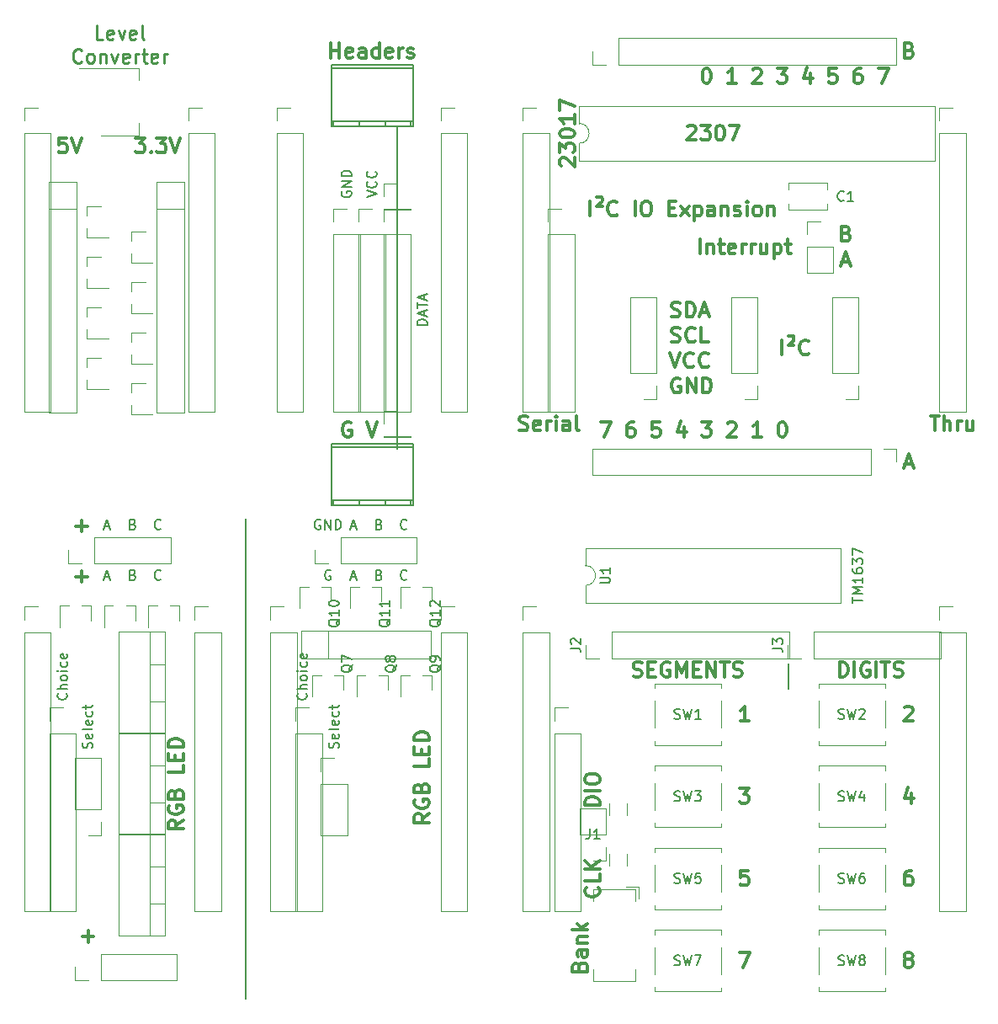
<source format=gbr>
G04 #@! TF.FileFunction,Legend,Top*
%FSLAX46Y46*%
G04 Gerber Fmt 4.6, Leading zero omitted, Abs format (unit mm)*
G04 Created by KiCad (PCBNEW 4.0.7+dfsg1-1~bpo9+1) date Wed May  2 15:36:30 2018*
%MOMM*%
%LPD*%
G01*
G04 APERTURE LIST*
%ADD10C,0.100000*%
%ADD11C,0.300000*%
%ADD12C,0.200000*%
%ADD13C,0.250000*%
%ADD14C,0.120000*%
%ADD15C,0.150000*%
G04 APERTURE END LIST*
D10*
D11*
X152983572Y-116883571D02*
X152983572Y-115383571D01*
X153626429Y-115026429D02*
X153769286Y-114955000D01*
X153983572Y-114955000D01*
X154126429Y-115026429D01*
X154197858Y-115169286D01*
X154197858Y-115312143D01*
X154126429Y-115455000D01*
X153626429Y-115955000D01*
X154197858Y-115955000D01*
X155697858Y-116740714D02*
X155626429Y-116812143D01*
X155412143Y-116883571D01*
X155269286Y-116883571D01*
X155055001Y-116812143D01*
X154912143Y-116669286D01*
X154840715Y-116526429D01*
X154769286Y-116240714D01*
X154769286Y-116026429D01*
X154840715Y-115740714D01*
X154912143Y-115597857D01*
X155055001Y-115455000D01*
X155269286Y-115383571D01*
X155412143Y-115383571D01*
X155626429Y-115455000D01*
X155697858Y-115526429D01*
X130766429Y-97900713D02*
X130695000Y-97829284D01*
X130623571Y-97686427D01*
X130623571Y-97329284D01*
X130695000Y-97186427D01*
X130766429Y-97114998D01*
X130909286Y-97043570D01*
X131052143Y-97043570D01*
X131266429Y-97114998D01*
X132123571Y-97972141D01*
X132123571Y-97043570D01*
X130623571Y-96543570D02*
X130623571Y-95614999D01*
X131195000Y-96114999D01*
X131195000Y-95900713D01*
X131266429Y-95757856D01*
X131337857Y-95686427D01*
X131480714Y-95614999D01*
X131837857Y-95614999D01*
X131980714Y-95686427D01*
X132052143Y-95757856D01*
X132123571Y-95900713D01*
X132123571Y-96329285D01*
X132052143Y-96472142D01*
X131980714Y-96543570D01*
X130623571Y-94686428D02*
X130623571Y-94543571D01*
X130695000Y-94400714D01*
X130766429Y-94329285D01*
X130909286Y-94257856D01*
X131195000Y-94186428D01*
X131552143Y-94186428D01*
X131837857Y-94257856D01*
X131980714Y-94329285D01*
X132052143Y-94400714D01*
X132123571Y-94543571D01*
X132123571Y-94686428D01*
X132052143Y-94829285D01*
X131980714Y-94900714D01*
X131837857Y-94972142D01*
X131552143Y-95043571D01*
X131195000Y-95043571D01*
X130909286Y-94972142D01*
X130766429Y-94900714D01*
X130695000Y-94829285D01*
X130623571Y-94686428D01*
X132123571Y-92757857D02*
X132123571Y-93615000D01*
X132123571Y-93186428D02*
X130623571Y-93186428D01*
X130837857Y-93329285D01*
X130980714Y-93472143D01*
X131052143Y-93615000D01*
X130623571Y-92257857D02*
X130623571Y-91257857D01*
X132123571Y-91900714D01*
X141890714Y-115542143D02*
X142105000Y-115613571D01*
X142462143Y-115613571D01*
X142605000Y-115542143D01*
X142676429Y-115470714D01*
X142747857Y-115327857D01*
X142747857Y-115185000D01*
X142676429Y-115042143D01*
X142605000Y-114970714D01*
X142462143Y-114899286D01*
X142176429Y-114827857D01*
X142033571Y-114756429D01*
X141962143Y-114685000D01*
X141890714Y-114542143D01*
X141890714Y-114399286D01*
X141962143Y-114256429D01*
X142033571Y-114185000D01*
X142176429Y-114113571D01*
X142533571Y-114113571D01*
X142747857Y-114185000D01*
X144247857Y-115470714D02*
X144176428Y-115542143D01*
X143962142Y-115613571D01*
X143819285Y-115613571D01*
X143605000Y-115542143D01*
X143462142Y-115399286D01*
X143390714Y-115256429D01*
X143319285Y-114970714D01*
X143319285Y-114756429D01*
X143390714Y-114470714D01*
X143462142Y-114327857D01*
X143605000Y-114185000D01*
X143819285Y-114113571D01*
X143962142Y-114113571D01*
X144176428Y-114185000D01*
X144247857Y-114256429D01*
X145605000Y-115613571D02*
X144890714Y-115613571D01*
X144890714Y-114113571D01*
X141747857Y-116653571D02*
X142247857Y-118153571D01*
X142747857Y-116653571D01*
X144105000Y-118010714D02*
X144033571Y-118082143D01*
X143819285Y-118153571D01*
X143676428Y-118153571D01*
X143462143Y-118082143D01*
X143319285Y-117939286D01*
X143247857Y-117796429D01*
X143176428Y-117510714D01*
X143176428Y-117296429D01*
X143247857Y-117010714D01*
X143319285Y-116867857D01*
X143462143Y-116725000D01*
X143676428Y-116653571D01*
X143819285Y-116653571D01*
X144033571Y-116725000D01*
X144105000Y-116796429D01*
X145605000Y-118010714D02*
X145533571Y-118082143D01*
X145319285Y-118153571D01*
X145176428Y-118153571D01*
X144962143Y-118082143D01*
X144819285Y-117939286D01*
X144747857Y-117796429D01*
X144676428Y-117510714D01*
X144676428Y-117296429D01*
X144747857Y-117010714D01*
X144819285Y-116867857D01*
X144962143Y-116725000D01*
X145176428Y-116653571D01*
X145319285Y-116653571D01*
X145533571Y-116725000D01*
X145605000Y-116796429D01*
X142747857Y-119265000D02*
X142605000Y-119193571D01*
X142390714Y-119193571D01*
X142176429Y-119265000D01*
X142033571Y-119407857D01*
X141962143Y-119550714D01*
X141890714Y-119836429D01*
X141890714Y-120050714D01*
X141962143Y-120336429D01*
X142033571Y-120479286D01*
X142176429Y-120622143D01*
X142390714Y-120693571D01*
X142533571Y-120693571D01*
X142747857Y-120622143D01*
X142819286Y-120550714D01*
X142819286Y-120050714D01*
X142533571Y-120050714D01*
X143462143Y-120693571D02*
X143462143Y-119193571D01*
X144319286Y-120693571D01*
X144319286Y-119193571D01*
X145033572Y-120693571D02*
X145033572Y-119193571D01*
X145390715Y-119193571D01*
X145605000Y-119265000D01*
X145747858Y-119407857D01*
X145819286Y-119550714D01*
X145890715Y-119836429D01*
X145890715Y-120050714D01*
X145819286Y-120336429D01*
X145747858Y-120479286D01*
X145605000Y-120622143D01*
X145390715Y-120693571D01*
X145033572Y-120693571D01*
X141890714Y-113002143D02*
X142105000Y-113073571D01*
X142462143Y-113073571D01*
X142605000Y-113002143D01*
X142676429Y-112930714D01*
X142747857Y-112787857D01*
X142747857Y-112645000D01*
X142676429Y-112502143D01*
X142605000Y-112430714D01*
X142462143Y-112359286D01*
X142176429Y-112287857D01*
X142033571Y-112216429D01*
X141962143Y-112145000D01*
X141890714Y-112002143D01*
X141890714Y-111859286D01*
X141962143Y-111716429D01*
X142033571Y-111645000D01*
X142176429Y-111573571D01*
X142533571Y-111573571D01*
X142747857Y-111645000D01*
X143390714Y-113073571D02*
X143390714Y-111573571D01*
X143747857Y-111573571D01*
X143962142Y-111645000D01*
X144105000Y-111787857D01*
X144176428Y-111930714D01*
X144247857Y-112216429D01*
X144247857Y-112430714D01*
X144176428Y-112716429D01*
X144105000Y-112859286D01*
X143962142Y-113002143D01*
X143747857Y-113073571D01*
X143390714Y-113073571D01*
X144819285Y-112645000D02*
X145533571Y-112645000D01*
X144676428Y-113073571D02*
X145176428Y-111573571D01*
X145676428Y-113073571D01*
X159492143Y-104667857D02*
X159706429Y-104739286D01*
X159777857Y-104810714D01*
X159849286Y-104953571D01*
X159849286Y-105167857D01*
X159777857Y-105310714D01*
X159706429Y-105382143D01*
X159563571Y-105453571D01*
X158992143Y-105453571D01*
X158992143Y-103953571D01*
X159492143Y-103953571D01*
X159635000Y-104025000D01*
X159706429Y-104096429D01*
X159777857Y-104239286D01*
X159777857Y-104382143D01*
X159706429Y-104525000D01*
X159635000Y-104596429D01*
X159492143Y-104667857D01*
X158992143Y-104667857D01*
X159027857Y-107565000D02*
X159742143Y-107565000D01*
X158885000Y-107993571D02*
X159385000Y-106493571D01*
X159885000Y-107993571D01*
X162695001Y-88078571D02*
X163695001Y-88078571D01*
X163052144Y-89578571D01*
X160940715Y-88078571D02*
X160655001Y-88078571D01*
X160512144Y-88150000D01*
X160440715Y-88221429D01*
X160297858Y-88435714D01*
X160226429Y-88721429D01*
X160226429Y-89292857D01*
X160297858Y-89435714D01*
X160369286Y-89507143D01*
X160512144Y-89578571D01*
X160797858Y-89578571D01*
X160940715Y-89507143D01*
X161012144Y-89435714D01*
X161083572Y-89292857D01*
X161083572Y-88935714D01*
X161012144Y-88792857D01*
X160940715Y-88721429D01*
X160797858Y-88650000D01*
X160512144Y-88650000D01*
X160369286Y-88721429D01*
X160297858Y-88792857D01*
X160226429Y-88935714D01*
X158472144Y-88078571D02*
X157757858Y-88078571D01*
X157686429Y-88792857D01*
X157757858Y-88721429D01*
X157900715Y-88650000D01*
X158257858Y-88650000D01*
X158400715Y-88721429D01*
X158472144Y-88792857D01*
X158543572Y-88935714D01*
X158543572Y-89292857D01*
X158472144Y-89435714D01*
X158400715Y-89507143D01*
X158257858Y-89578571D01*
X157900715Y-89578571D01*
X157757858Y-89507143D01*
X157686429Y-89435714D01*
X155860715Y-88578571D02*
X155860715Y-89578571D01*
X155503572Y-88007143D02*
X155146429Y-89078571D01*
X156075001Y-89078571D01*
X152535001Y-88078571D02*
X153463572Y-88078571D01*
X152963572Y-88650000D01*
X153177858Y-88650000D01*
X153320715Y-88721429D01*
X153392144Y-88792857D01*
X153463572Y-88935714D01*
X153463572Y-89292857D01*
X153392144Y-89435714D01*
X153320715Y-89507143D01*
X153177858Y-89578571D01*
X152749286Y-89578571D01*
X152606429Y-89507143D01*
X152535001Y-89435714D01*
X150066429Y-88221429D02*
X150137858Y-88150000D01*
X150280715Y-88078571D01*
X150637858Y-88078571D01*
X150780715Y-88150000D01*
X150852144Y-88221429D01*
X150923572Y-88364286D01*
X150923572Y-88507143D01*
X150852144Y-88721429D01*
X149995001Y-89578571D01*
X150923572Y-89578571D01*
X148383572Y-89578571D02*
X147526429Y-89578571D01*
X147955001Y-89578571D02*
X147955001Y-88078571D01*
X147812144Y-88292857D01*
X147669286Y-88435714D01*
X147526429Y-88507143D01*
X145343572Y-88078571D02*
X145486429Y-88078571D01*
X145629286Y-88150000D01*
X145700715Y-88221429D01*
X145772144Y-88364286D01*
X145843572Y-88650000D01*
X145843572Y-89007143D01*
X145772144Y-89292857D01*
X145700715Y-89435714D01*
X145629286Y-89507143D01*
X145486429Y-89578571D01*
X145343572Y-89578571D01*
X145200715Y-89507143D01*
X145129286Y-89435714D01*
X145057858Y-89292857D01*
X144986429Y-89007143D01*
X144986429Y-88650000D01*
X145057858Y-88364286D01*
X145129286Y-88221429D01*
X145200715Y-88150000D01*
X145343572Y-88078571D01*
X134755001Y-123638571D02*
X135755001Y-123638571D01*
X135112144Y-125138571D01*
X138080715Y-123638571D02*
X137795001Y-123638571D01*
X137652144Y-123710000D01*
X137580715Y-123781429D01*
X137437858Y-123995714D01*
X137366429Y-124281429D01*
X137366429Y-124852857D01*
X137437858Y-124995714D01*
X137509286Y-125067143D01*
X137652144Y-125138571D01*
X137937858Y-125138571D01*
X138080715Y-125067143D01*
X138152144Y-124995714D01*
X138223572Y-124852857D01*
X138223572Y-124495714D01*
X138152144Y-124352857D01*
X138080715Y-124281429D01*
X137937858Y-124210000D01*
X137652144Y-124210000D01*
X137509286Y-124281429D01*
X137437858Y-124352857D01*
X137366429Y-124495714D01*
X140692144Y-123638571D02*
X139977858Y-123638571D01*
X139906429Y-124352857D01*
X139977858Y-124281429D01*
X140120715Y-124210000D01*
X140477858Y-124210000D01*
X140620715Y-124281429D01*
X140692144Y-124352857D01*
X140763572Y-124495714D01*
X140763572Y-124852857D01*
X140692144Y-124995714D01*
X140620715Y-125067143D01*
X140477858Y-125138571D01*
X140120715Y-125138571D01*
X139977858Y-125067143D01*
X139906429Y-124995714D01*
X143160715Y-124138571D02*
X143160715Y-125138571D01*
X142803572Y-123567143D02*
X142446429Y-124638571D01*
X143375001Y-124638571D01*
X144915001Y-123638571D02*
X145843572Y-123638571D01*
X145343572Y-124210000D01*
X145557858Y-124210000D01*
X145700715Y-124281429D01*
X145772144Y-124352857D01*
X145843572Y-124495714D01*
X145843572Y-124852857D01*
X145772144Y-124995714D01*
X145700715Y-125067143D01*
X145557858Y-125138571D01*
X145129286Y-125138571D01*
X144986429Y-125067143D01*
X144915001Y-124995714D01*
X147526429Y-123781429D02*
X147597858Y-123710000D01*
X147740715Y-123638571D01*
X148097858Y-123638571D01*
X148240715Y-123710000D01*
X148312144Y-123781429D01*
X148383572Y-123924286D01*
X148383572Y-124067143D01*
X148312144Y-124281429D01*
X147455001Y-125138571D01*
X148383572Y-125138571D01*
X150923572Y-125138571D02*
X150066429Y-125138571D01*
X150495001Y-125138571D02*
X150495001Y-123638571D01*
X150352144Y-123852857D01*
X150209286Y-123995714D01*
X150066429Y-124067143D01*
X152963572Y-123638571D02*
X153106429Y-123638571D01*
X153249286Y-123710000D01*
X153320715Y-123781429D01*
X153392144Y-123924286D01*
X153463572Y-124210000D01*
X153463572Y-124567143D01*
X153392144Y-124852857D01*
X153320715Y-124995714D01*
X153249286Y-125067143D01*
X153106429Y-125138571D01*
X152963572Y-125138571D01*
X152820715Y-125067143D01*
X152749286Y-124995714D01*
X152677858Y-124852857D01*
X152606429Y-124567143D01*
X152606429Y-124210000D01*
X152677858Y-123924286D01*
X152749286Y-123781429D01*
X152820715Y-123710000D01*
X152963572Y-123638571D01*
X144760715Y-106723571D02*
X144760715Y-105223571D01*
X145475001Y-105723571D02*
X145475001Y-106723571D01*
X145475001Y-105866429D02*
X145546429Y-105795000D01*
X145689287Y-105723571D01*
X145903572Y-105723571D01*
X146046429Y-105795000D01*
X146117858Y-105937857D01*
X146117858Y-106723571D01*
X146617858Y-105723571D02*
X147189287Y-105723571D01*
X146832144Y-105223571D02*
X146832144Y-106509286D01*
X146903572Y-106652143D01*
X147046430Y-106723571D01*
X147189287Y-106723571D01*
X148260715Y-106652143D02*
X148117858Y-106723571D01*
X147832144Y-106723571D01*
X147689287Y-106652143D01*
X147617858Y-106509286D01*
X147617858Y-105937857D01*
X147689287Y-105795000D01*
X147832144Y-105723571D01*
X148117858Y-105723571D01*
X148260715Y-105795000D01*
X148332144Y-105937857D01*
X148332144Y-106080714D01*
X147617858Y-106223571D01*
X148975001Y-106723571D02*
X148975001Y-105723571D01*
X148975001Y-106009286D02*
X149046429Y-105866429D01*
X149117858Y-105795000D01*
X149260715Y-105723571D01*
X149403572Y-105723571D01*
X149903572Y-106723571D02*
X149903572Y-105723571D01*
X149903572Y-106009286D02*
X149975000Y-105866429D01*
X150046429Y-105795000D01*
X150189286Y-105723571D01*
X150332143Y-105723571D01*
X151475000Y-105723571D02*
X151475000Y-106723571D01*
X150832143Y-105723571D02*
X150832143Y-106509286D01*
X150903571Y-106652143D01*
X151046429Y-106723571D01*
X151260714Y-106723571D01*
X151403571Y-106652143D01*
X151475000Y-106580714D01*
X152189286Y-105723571D02*
X152189286Y-107223571D01*
X152189286Y-105795000D02*
X152332143Y-105723571D01*
X152617857Y-105723571D01*
X152760714Y-105795000D01*
X152832143Y-105866429D01*
X152903572Y-106009286D01*
X152903572Y-106437857D01*
X152832143Y-106580714D01*
X152760714Y-106652143D01*
X152617857Y-106723571D01*
X152332143Y-106723571D01*
X152189286Y-106652143D01*
X153332143Y-105723571D02*
X153903572Y-105723571D01*
X153546429Y-105223571D02*
X153546429Y-106509286D01*
X153617857Y-106652143D01*
X153760715Y-106723571D01*
X153903572Y-106723571D01*
X143478572Y-93936429D02*
X143550001Y-93865000D01*
X143692858Y-93793571D01*
X144050001Y-93793571D01*
X144192858Y-93865000D01*
X144264287Y-93936429D01*
X144335715Y-94079286D01*
X144335715Y-94222143D01*
X144264287Y-94436429D01*
X143407144Y-95293571D01*
X144335715Y-95293571D01*
X144835715Y-93793571D02*
X145764286Y-93793571D01*
X145264286Y-94365000D01*
X145478572Y-94365000D01*
X145621429Y-94436429D01*
X145692858Y-94507857D01*
X145764286Y-94650714D01*
X145764286Y-95007857D01*
X145692858Y-95150714D01*
X145621429Y-95222143D01*
X145478572Y-95293571D01*
X145050000Y-95293571D01*
X144907143Y-95222143D01*
X144835715Y-95150714D01*
X146692857Y-93793571D02*
X146835714Y-93793571D01*
X146978571Y-93865000D01*
X147050000Y-93936429D01*
X147121429Y-94079286D01*
X147192857Y-94365000D01*
X147192857Y-94722143D01*
X147121429Y-95007857D01*
X147050000Y-95150714D01*
X146978571Y-95222143D01*
X146835714Y-95293571D01*
X146692857Y-95293571D01*
X146550000Y-95222143D01*
X146478571Y-95150714D01*
X146407143Y-95007857D01*
X146335714Y-94722143D01*
X146335714Y-94365000D01*
X146407143Y-94079286D01*
X146478571Y-93936429D01*
X146550000Y-93865000D01*
X146692857Y-93793571D01*
X147692857Y-93793571D02*
X148692857Y-93793571D01*
X148050000Y-95293571D01*
X165377857Y-127885000D02*
X166092143Y-127885000D01*
X165235000Y-128313571D02*
X165735000Y-126813571D01*
X166235000Y-128313571D01*
X165842143Y-86252857D02*
X166056429Y-86324286D01*
X166127857Y-86395714D01*
X166199286Y-86538571D01*
X166199286Y-86752857D01*
X166127857Y-86895714D01*
X166056429Y-86967143D01*
X165913571Y-87038571D01*
X165342143Y-87038571D01*
X165342143Y-85538571D01*
X165842143Y-85538571D01*
X165985000Y-85610000D01*
X166056429Y-85681429D01*
X166127857Y-85824286D01*
X166127857Y-85967143D01*
X166056429Y-86110000D01*
X165985000Y-86181429D01*
X165842143Y-86252857D01*
X165342143Y-86252857D01*
X167930000Y-123003571D02*
X168787143Y-123003571D01*
X168358572Y-124503571D02*
X168358572Y-123003571D01*
X169287143Y-124503571D02*
X169287143Y-123003571D01*
X169930000Y-124503571D02*
X169930000Y-123717857D01*
X169858571Y-123575000D01*
X169715714Y-123503571D01*
X169501429Y-123503571D01*
X169358571Y-123575000D01*
X169287143Y-123646429D01*
X170644286Y-124503571D02*
X170644286Y-123503571D01*
X170644286Y-123789286D02*
X170715714Y-123646429D01*
X170787143Y-123575000D01*
X170930000Y-123503571D01*
X171072857Y-123503571D01*
X172215714Y-123503571D02*
X172215714Y-124503571D01*
X171572857Y-123503571D02*
X171572857Y-124289286D01*
X171644285Y-124432143D01*
X171787143Y-124503571D01*
X172001428Y-124503571D01*
X172144285Y-124432143D01*
X172215714Y-124360714D01*
X126575715Y-124432143D02*
X126790001Y-124503571D01*
X127147144Y-124503571D01*
X127290001Y-124432143D01*
X127361430Y-124360714D01*
X127432858Y-124217857D01*
X127432858Y-124075000D01*
X127361430Y-123932143D01*
X127290001Y-123860714D01*
X127147144Y-123789286D01*
X126861430Y-123717857D01*
X126718572Y-123646429D01*
X126647144Y-123575000D01*
X126575715Y-123432143D01*
X126575715Y-123289286D01*
X126647144Y-123146429D01*
X126718572Y-123075000D01*
X126861430Y-123003571D01*
X127218572Y-123003571D01*
X127432858Y-123075000D01*
X128647143Y-124432143D02*
X128504286Y-124503571D01*
X128218572Y-124503571D01*
X128075715Y-124432143D01*
X128004286Y-124289286D01*
X128004286Y-123717857D01*
X128075715Y-123575000D01*
X128218572Y-123503571D01*
X128504286Y-123503571D01*
X128647143Y-123575000D01*
X128718572Y-123717857D01*
X128718572Y-123860714D01*
X128004286Y-124003571D01*
X129361429Y-124503571D02*
X129361429Y-123503571D01*
X129361429Y-123789286D02*
X129432857Y-123646429D01*
X129504286Y-123575000D01*
X129647143Y-123503571D01*
X129790000Y-123503571D01*
X130290000Y-124503571D02*
X130290000Y-123503571D01*
X130290000Y-123003571D02*
X130218571Y-123075000D01*
X130290000Y-123146429D01*
X130361428Y-123075000D01*
X130290000Y-123003571D01*
X130290000Y-123146429D01*
X131647143Y-124503571D02*
X131647143Y-123717857D01*
X131575714Y-123575000D01*
X131432857Y-123503571D01*
X131147143Y-123503571D01*
X131004286Y-123575000D01*
X131647143Y-124432143D02*
X131504286Y-124503571D01*
X131147143Y-124503571D01*
X131004286Y-124432143D01*
X130932857Y-124289286D01*
X130932857Y-124146429D01*
X131004286Y-124003571D01*
X131147143Y-123932143D01*
X131504286Y-123932143D01*
X131647143Y-123860714D01*
X132575715Y-124503571D02*
X132432857Y-124432143D01*
X132361429Y-124289286D01*
X132361429Y-123003571D01*
X133707143Y-102913571D02*
X133707143Y-101413571D01*
X134350000Y-101056429D02*
X134492857Y-100985000D01*
X134707143Y-100985000D01*
X134850000Y-101056429D01*
X134921429Y-101199286D01*
X134921429Y-101342143D01*
X134850000Y-101485000D01*
X134350000Y-101985000D01*
X134921429Y-101985000D01*
X136421429Y-102770714D02*
X136350000Y-102842143D01*
X136135714Y-102913571D01*
X135992857Y-102913571D01*
X135778572Y-102842143D01*
X135635714Y-102699286D01*
X135564286Y-102556429D01*
X135492857Y-102270714D01*
X135492857Y-102056429D01*
X135564286Y-101770714D01*
X135635714Y-101627857D01*
X135778572Y-101485000D01*
X135992857Y-101413571D01*
X136135714Y-101413571D01*
X136350000Y-101485000D01*
X136421429Y-101556429D01*
X138207143Y-102913571D02*
X138207143Y-101413571D01*
X139207143Y-101413571D02*
X139492857Y-101413571D01*
X139635715Y-101485000D01*
X139778572Y-101627857D01*
X139850000Y-101913571D01*
X139850000Y-102413571D01*
X139778572Y-102699286D01*
X139635715Y-102842143D01*
X139492857Y-102913571D01*
X139207143Y-102913571D01*
X139064286Y-102842143D01*
X138921429Y-102699286D01*
X138850000Y-102413571D01*
X138850000Y-101913571D01*
X138921429Y-101627857D01*
X139064286Y-101485000D01*
X139207143Y-101413571D01*
X141635715Y-102127857D02*
X142135715Y-102127857D01*
X142350001Y-102913571D02*
X141635715Y-102913571D01*
X141635715Y-101413571D01*
X142350001Y-101413571D01*
X142850001Y-102913571D02*
X143635715Y-101913571D01*
X142850001Y-101913571D02*
X143635715Y-102913571D01*
X144207144Y-101913571D02*
X144207144Y-103413571D01*
X144207144Y-101985000D02*
X144350001Y-101913571D01*
X144635715Y-101913571D01*
X144778572Y-101985000D01*
X144850001Y-102056429D01*
X144921430Y-102199286D01*
X144921430Y-102627857D01*
X144850001Y-102770714D01*
X144778572Y-102842143D01*
X144635715Y-102913571D01*
X144350001Y-102913571D01*
X144207144Y-102842143D01*
X146207144Y-102913571D02*
X146207144Y-102127857D01*
X146135715Y-101985000D01*
X145992858Y-101913571D01*
X145707144Y-101913571D01*
X145564287Y-101985000D01*
X146207144Y-102842143D02*
X146064287Y-102913571D01*
X145707144Y-102913571D01*
X145564287Y-102842143D01*
X145492858Y-102699286D01*
X145492858Y-102556429D01*
X145564287Y-102413571D01*
X145707144Y-102342143D01*
X146064287Y-102342143D01*
X146207144Y-102270714D01*
X146921430Y-101913571D02*
X146921430Y-102913571D01*
X146921430Y-102056429D02*
X146992858Y-101985000D01*
X147135716Y-101913571D01*
X147350001Y-101913571D01*
X147492858Y-101985000D01*
X147564287Y-102127857D01*
X147564287Y-102913571D01*
X148207144Y-102842143D02*
X148350001Y-102913571D01*
X148635716Y-102913571D01*
X148778573Y-102842143D01*
X148850001Y-102699286D01*
X148850001Y-102627857D01*
X148778573Y-102485000D01*
X148635716Y-102413571D01*
X148421430Y-102413571D01*
X148278573Y-102342143D01*
X148207144Y-102199286D01*
X148207144Y-102127857D01*
X148278573Y-101985000D01*
X148421430Y-101913571D01*
X148635716Y-101913571D01*
X148778573Y-101985000D01*
X149492859Y-102913571D02*
X149492859Y-101913571D01*
X149492859Y-101413571D02*
X149421430Y-101485000D01*
X149492859Y-101556429D01*
X149564287Y-101485000D01*
X149492859Y-101413571D01*
X149492859Y-101556429D01*
X150421431Y-102913571D02*
X150278573Y-102842143D01*
X150207145Y-102770714D01*
X150135716Y-102627857D01*
X150135716Y-102199286D01*
X150207145Y-102056429D01*
X150278573Y-101985000D01*
X150421431Y-101913571D01*
X150635716Y-101913571D01*
X150778573Y-101985000D01*
X150850002Y-102056429D01*
X150921431Y-102199286D01*
X150921431Y-102627857D01*
X150850002Y-102770714D01*
X150778573Y-102842143D01*
X150635716Y-102913571D01*
X150421431Y-102913571D01*
X151564288Y-101913571D02*
X151564288Y-102913571D01*
X151564288Y-102056429D02*
X151635716Y-101985000D01*
X151778574Y-101913571D01*
X151992859Y-101913571D01*
X152135716Y-101985000D01*
X152207145Y-102127857D01*
X152207145Y-102913571D01*
X132607857Y-178387143D02*
X132679286Y-178172857D01*
X132750714Y-178101429D01*
X132893571Y-178030000D01*
X133107857Y-178030000D01*
X133250714Y-178101429D01*
X133322143Y-178172857D01*
X133393571Y-178315715D01*
X133393571Y-178887143D01*
X131893571Y-178887143D01*
X131893571Y-178387143D01*
X131965000Y-178244286D01*
X132036429Y-178172857D01*
X132179286Y-178101429D01*
X132322143Y-178101429D01*
X132465000Y-178172857D01*
X132536429Y-178244286D01*
X132607857Y-178387143D01*
X132607857Y-178887143D01*
X133393571Y-176744286D02*
X132607857Y-176744286D01*
X132465000Y-176815715D01*
X132393571Y-176958572D01*
X132393571Y-177244286D01*
X132465000Y-177387143D01*
X133322143Y-176744286D02*
X133393571Y-176887143D01*
X133393571Y-177244286D01*
X133322143Y-177387143D01*
X133179286Y-177458572D01*
X133036429Y-177458572D01*
X132893571Y-177387143D01*
X132822143Y-177244286D01*
X132822143Y-176887143D01*
X132750714Y-176744286D01*
X132393571Y-176030000D02*
X133393571Y-176030000D01*
X132536429Y-176030000D02*
X132465000Y-175958572D01*
X132393571Y-175815714D01*
X132393571Y-175601429D01*
X132465000Y-175458572D01*
X132607857Y-175387143D01*
X133393571Y-175387143D01*
X133393571Y-174672857D02*
X131893571Y-174672857D01*
X132822143Y-174530000D02*
X133393571Y-174101429D01*
X132393571Y-174101429D02*
X132965000Y-174672857D01*
D12*
X153670000Y-147955000D02*
X153670000Y-150495000D01*
D11*
X158782143Y-149268571D02*
X158782143Y-147768571D01*
X159139286Y-147768571D01*
X159353571Y-147840000D01*
X159496429Y-147982857D01*
X159567857Y-148125714D01*
X159639286Y-148411429D01*
X159639286Y-148625714D01*
X159567857Y-148911429D01*
X159496429Y-149054286D01*
X159353571Y-149197143D01*
X159139286Y-149268571D01*
X158782143Y-149268571D01*
X160282143Y-149268571D02*
X160282143Y-147768571D01*
X161782143Y-147840000D02*
X161639286Y-147768571D01*
X161425000Y-147768571D01*
X161210715Y-147840000D01*
X161067857Y-147982857D01*
X160996429Y-148125714D01*
X160925000Y-148411429D01*
X160925000Y-148625714D01*
X160996429Y-148911429D01*
X161067857Y-149054286D01*
X161210715Y-149197143D01*
X161425000Y-149268571D01*
X161567857Y-149268571D01*
X161782143Y-149197143D01*
X161853572Y-149125714D01*
X161853572Y-148625714D01*
X161567857Y-148625714D01*
X162496429Y-149268571D02*
X162496429Y-147768571D01*
X162996429Y-147768571D02*
X163853572Y-147768571D01*
X163425001Y-149268571D02*
X163425001Y-147768571D01*
X164282143Y-149197143D02*
X164496429Y-149268571D01*
X164853572Y-149268571D01*
X164996429Y-149197143D01*
X165067858Y-149125714D01*
X165139286Y-148982857D01*
X165139286Y-148840000D01*
X165067858Y-148697143D01*
X164996429Y-148625714D01*
X164853572Y-148554286D01*
X164567858Y-148482857D01*
X164425000Y-148411429D01*
X164353572Y-148340000D01*
X164282143Y-148197143D01*
X164282143Y-148054286D01*
X164353572Y-147911429D01*
X164425000Y-147840000D01*
X164567858Y-147768571D01*
X164925000Y-147768571D01*
X165139286Y-147840000D01*
X138045714Y-149197143D02*
X138260000Y-149268571D01*
X138617143Y-149268571D01*
X138760000Y-149197143D01*
X138831429Y-149125714D01*
X138902857Y-148982857D01*
X138902857Y-148840000D01*
X138831429Y-148697143D01*
X138760000Y-148625714D01*
X138617143Y-148554286D01*
X138331429Y-148482857D01*
X138188571Y-148411429D01*
X138117143Y-148340000D01*
X138045714Y-148197143D01*
X138045714Y-148054286D01*
X138117143Y-147911429D01*
X138188571Y-147840000D01*
X138331429Y-147768571D01*
X138688571Y-147768571D01*
X138902857Y-147840000D01*
X139545714Y-148482857D02*
X140045714Y-148482857D01*
X140260000Y-149268571D02*
X139545714Y-149268571D01*
X139545714Y-147768571D01*
X140260000Y-147768571D01*
X141688571Y-147840000D02*
X141545714Y-147768571D01*
X141331428Y-147768571D01*
X141117143Y-147840000D01*
X140974285Y-147982857D01*
X140902857Y-148125714D01*
X140831428Y-148411429D01*
X140831428Y-148625714D01*
X140902857Y-148911429D01*
X140974285Y-149054286D01*
X141117143Y-149197143D01*
X141331428Y-149268571D01*
X141474285Y-149268571D01*
X141688571Y-149197143D01*
X141760000Y-149125714D01*
X141760000Y-148625714D01*
X141474285Y-148625714D01*
X142402857Y-149268571D02*
X142402857Y-147768571D01*
X142902857Y-148840000D01*
X143402857Y-147768571D01*
X143402857Y-149268571D01*
X144117143Y-148482857D02*
X144617143Y-148482857D01*
X144831429Y-149268571D02*
X144117143Y-149268571D01*
X144117143Y-147768571D01*
X144831429Y-147768571D01*
X145474286Y-149268571D02*
X145474286Y-147768571D01*
X146331429Y-149268571D01*
X146331429Y-147768571D01*
X146831429Y-147768571D02*
X147688572Y-147768571D01*
X147260001Y-149268571D02*
X147260001Y-147768571D01*
X148117143Y-149197143D02*
X148331429Y-149268571D01*
X148688572Y-149268571D01*
X148831429Y-149197143D01*
X148902858Y-149125714D01*
X148974286Y-148982857D01*
X148974286Y-148840000D01*
X148902858Y-148697143D01*
X148831429Y-148625714D01*
X148688572Y-148554286D01*
X148402858Y-148482857D01*
X148260000Y-148411429D01*
X148188572Y-148340000D01*
X148117143Y-148197143D01*
X148117143Y-148054286D01*
X148188572Y-147911429D01*
X148260000Y-147840000D01*
X148402858Y-147768571D01*
X148760000Y-147768571D01*
X148974286Y-147840000D01*
X165592144Y-177621429D02*
X165449286Y-177550000D01*
X165377858Y-177478571D01*
X165306429Y-177335714D01*
X165306429Y-177264286D01*
X165377858Y-177121429D01*
X165449286Y-177050000D01*
X165592144Y-176978571D01*
X165877858Y-176978571D01*
X166020715Y-177050000D01*
X166092144Y-177121429D01*
X166163572Y-177264286D01*
X166163572Y-177335714D01*
X166092144Y-177478571D01*
X166020715Y-177550000D01*
X165877858Y-177621429D01*
X165592144Y-177621429D01*
X165449286Y-177692857D01*
X165377858Y-177764286D01*
X165306429Y-177907143D01*
X165306429Y-178192857D01*
X165377858Y-178335714D01*
X165449286Y-178407143D01*
X165592144Y-178478571D01*
X165877858Y-178478571D01*
X166020715Y-178407143D01*
X166092144Y-178335714D01*
X166163572Y-178192857D01*
X166163572Y-177907143D01*
X166092144Y-177764286D01*
X166020715Y-177692857D01*
X165877858Y-177621429D01*
X148725001Y-176978571D02*
X149725001Y-176978571D01*
X149082144Y-178478571D01*
X166020715Y-168723571D02*
X165735001Y-168723571D01*
X165592144Y-168795000D01*
X165520715Y-168866429D01*
X165377858Y-169080714D01*
X165306429Y-169366429D01*
X165306429Y-169937857D01*
X165377858Y-170080714D01*
X165449286Y-170152143D01*
X165592144Y-170223571D01*
X165877858Y-170223571D01*
X166020715Y-170152143D01*
X166092144Y-170080714D01*
X166163572Y-169937857D01*
X166163572Y-169580714D01*
X166092144Y-169437857D01*
X166020715Y-169366429D01*
X165877858Y-169295000D01*
X165592144Y-169295000D01*
X165449286Y-169366429D01*
X165377858Y-169437857D01*
X165306429Y-169580714D01*
X149582144Y-168723571D02*
X148867858Y-168723571D01*
X148796429Y-169437857D01*
X148867858Y-169366429D01*
X149010715Y-169295000D01*
X149367858Y-169295000D01*
X149510715Y-169366429D01*
X149582144Y-169437857D01*
X149653572Y-169580714D01*
X149653572Y-169937857D01*
X149582144Y-170080714D01*
X149510715Y-170152143D01*
X149367858Y-170223571D01*
X149010715Y-170223571D01*
X148867858Y-170152143D01*
X148796429Y-170080714D01*
X166020715Y-160968571D02*
X166020715Y-161968571D01*
X165663572Y-160397143D02*
X165306429Y-161468571D01*
X166235001Y-161468571D01*
X148725001Y-160468571D02*
X149653572Y-160468571D01*
X149153572Y-161040000D01*
X149367858Y-161040000D01*
X149510715Y-161111429D01*
X149582144Y-161182857D01*
X149653572Y-161325714D01*
X149653572Y-161682857D01*
X149582144Y-161825714D01*
X149510715Y-161897143D01*
X149367858Y-161968571D01*
X148939286Y-161968571D01*
X148796429Y-161897143D01*
X148725001Y-161825714D01*
X165306429Y-152356429D02*
X165377858Y-152285000D01*
X165520715Y-152213571D01*
X165877858Y-152213571D01*
X166020715Y-152285000D01*
X166092144Y-152356429D01*
X166163572Y-152499286D01*
X166163572Y-152642143D01*
X166092144Y-152856429D01*
X165235001Y-153713571D01*
X166163572Y-153713571D01*
X149653572Y-153713571D02*
X148796429Y-153713571D01*
X149225001Y-153713571D02*
X149225001Y-152213571D01*
X149082144Y-152427857D01*
X148939286Y-152570714D01*
X148796429Y-152642143D01*
X134663571Y-162190714D02*
X133163571Y-162190714D01*
X133163571Y-161833571D01*
X133235000Y-161619286D01*
X133377857Y-161476428D01*
X133520714Y-161405000D01*
X133806429Y-161333571D01*
X134020714Y-161333571D01*
X134306429Y-161405000D01*
X134449286Y-161476428D01*
X134592143Y-161619286D01*
X134663571Y-161833571D01*
X134663571Y-162190714D01*
X134663571Y-160690714D02*
X133163571Y-160690714D01*
X133163571Y-159690714D02*
X133163571Y-159405000D01*
X133235000Y-159262142D01*
X133377857Y-159119285D01*
X133663571Y-159047857D01*
X134163571Y-159047857D01*
X134449286Y-159119285D01*
X134592143Y-159262142D01*
X134663571Y-159405000D01*
X134663571Y-159690714D01*
X134592143Y-159833571D01*
X134449286Y-159976428D01*
X134163571Y-160047857D01*
X133663571Y-160047857D01*
X133377857Y-159976428D01*
X133235000Y-159833571D01*
X133163571Y-159690714D01*
X134520714Y-170437857D02*
X134592143Y-170509286D01*
X134663571Y-170723572D01*
X134663571Y-170866429D01*
X134592143Y-171080714D01*
X134449286Y-171223572D01*
X134306429Y-171295000D01*
X134020714Y-171366429D01*
X133806429Y-171366429D01*
X133520714Y-171295000D01*
X133377857Y-171223572D01*
X133235000Y-171080714D01*
X133163571Y-170866429D01*
X133163571Y-170723572D01*
X133235000Y-170509286D01*
X133306429Y-170437857D01*
X134663571Y-169080714D02*
X134663571Y-169795000D01*
X133163571Y-169795000D01*
X134663571Y-168580714D02*
X133163571Y-168580714D01*
X134663571Y-167723571D02*
X133806429Y-168366428D01*
X133163571Y-167723571D02*
X134020714Y-168580714D01*
X111260000Y-123638571D02*
X111760000Y-125138571D01*
X112260000Y-123638571D01*
X109612857Y-123710000D02*
X109470000Y-123638571D01*
X109255714Y-123638571D01*
X109041429Y-123710000D01*
X108898571Y-123852857D01*
X108827143Y-123995714D01*
X108755714Y-124281429D01*
X108755714Y-124495714D01*
X108827143Y-124781429D01*
X108898571Y-124924286D01*
X109041429Y-125067143D01*
X109255714Y-125138571D01*
X109398571Y-125138571D01*
X109612857Y-125067143D01*
X109684286Y-124995714D01*
X109684286Y-124495714D01*
X109398571Y-124495714D01*
D12*
X114300000Y-126365000D02*
X114300000Y-125730000D01*
X114300000Y-125095000D02*
X114300000Y-126365000D01*
X114300000Y-93980000D02*
X114300000Y-125095000D01*
X114300000Y-99060000D02*
X114300000Y-93980000D01*
D11*
X107617143Y-87038571D02*
X107617143Y-85538571D01*
X107617143Y-86252857D02*
X108474286Y-86252857D01*
X108474286Y-87038571D02*
X108474286Y-85538571D01*
X109760000Y-86967143D02*
X109617143Y-87038571D01*
X109331429Y-87038571D01*
X109188572Y-86967143D01*
X109117143Y-86824286D01*
X109117143Y-86252857D01*
X109188572Y-86110000D01*
X109331429Y-86038571D01*
X109617143Y-86038571D01*
X109760000Y-86110000D01*
X109831429Y-86252857D01*
X109831429Y-86395714D01*
X109117143Y-86538571D01*
X111117143Y-87038571D02*
X111117143Y-86252857D01*
X111045714Y-86110000D01*
X110902857Y-86038571D01*
X110617143Y-86038571D01*
X110474286Y-86110000D01*
X111117143Y-86967143D02*
X110974286Y-87038571D01*
X110617143Y-87038571D01*
X110474286Y-86967143D01*
X110402857Y-86824286D01*
X110402857Y-86681429D01*
X110474286Y-86538571D01*
X110617143Y-86467143D01*
X110974286Y-86467143D01*
X111117143Y-86395714D01*
X112474286Y-87038571D02*
X112474286Y-85538571D01*
X112474286Y-86967143D02*
X112331429Y-87038571D01*
X112045715Y-87038571D01*
X111902857Y-86967143D01*
X111831429Y-86895714D01*
X111760000Y-86752857D01*
X111760000Y-86324286D01*
X111831429Y-86181429D01*
X111902857Y-86110000D01*
X112045715Y-86038571D01*
X112331429Y-86038571D01*
X112474286Y-86110000D01*
X113760000Y-86967143D02*
X113617143Y-87038571D01*
X113331429Y-87038571D01*
X113188572Y-86967143D01*
X113117143Y-86824286D01*
X113117143Y-86252857D01*
X113188572Y-86110000D01*
X113331429Y-86038571D01*
X113617143Y-86038571D01*
X113760000Y-86110000D01*
X113831429Y-86252857D01*
X113831429Y-86395714D01*
X113117143Y-86538571D01*
X114474286Y-87038571D02*
X114474286Y-86038571D01*
X114474286Y-86324286D02*
X114545714Y-86181429D01*
X114617143Y-86110000D01*
X114760000Y-86038571D01*
X114902857Y-86038571D01*
X115331428Y-86967143D02*
X115474285Y-87038571D01*
X115760000Y-87038571D01*
X115902857Y-86967143D01*
X115974285Y-86824286D01*
X115974285Y-86752857D01*
X115902857Y-86610000D01*
X115760000Y-86538571D01*
X115545714Y-86538571D01*
X115402857Y-86467143D01*
X115331428Y-86324286D01*
X115331428Y-86252857D01*
X115402857Y-86110000D01*
X115545714Y-86038571D01*
X115760000Y-86038571D01*
X115902857Y-86110000D01*
X87955715Y-95063571D02*
X88884286Y-95063571D01*
X88384286Y-95635000D01*
X88598572Y-95635000D01*
X88741429Y-95706429D01*
X88812858Y-95777857D01*
X88884286Y-95920714D01*
X88884286Y-96277857D01*
X88812858Y-96420714D01*
X88741429Y-96492143D01*
X88598572Y-96563571D01*
X88170000Y-96563571D01*
X88027143Y-96492143D01*
X87955715Y-96420714D01*
X89527143Y-96420714D02*
X89598571Y-96492143D01*
X89527143Y-96563571D01*
X89455714Y-96492143D01*
X89527143Y-96420714D01*
X89527143Y-96563571D01*
X90098572Y-95063571D02*
X91027143Y-95063571D01*
X90527143Y-95635000D01*
X90741429Y-95635000D01*
X90884286Y-95706429D01*
X90955715Y-95777857D01*
X91027143Y-95920714D01*
X91027143Y-96277857D01*
X90955715Y-96420714D01*
X90884286Y-96492143D01*
X90741429Y-96563571D01*
X90312857Y-96563571D01*
X90170000Y-96492143D01*
X90098572Y-96420714D01*
X91455714Y-95063571D02*
X91955714Y-96563571D01*
X92455714Y-95063571D01*
X80994287Y-95063571D02*
X80280001Y-95063571D01*
X80208572Y-95777857D01*
X80280001Y-95706429D01*
X80422858Y-95635000D01*
X80780001Y-95635000D01*
X80922858Y-95706429D01*
X80994287Y-95777857D01*
X81065715Y-95920714D01*
X81065715Y-96277857D01*
X80994287Y-96420714D01*
X80922858Y-96492143D01*
X80780001Y-96563571D01*
X80422858Y-96563571D01*
X80280001Y-96492143D01*
X80208572Y-96420714D01*
X81494286Y-95063571D02*
X81994286Y-96563571D01*
X82494286Y-95063571D01*
D13*
X84693334Y-85183333D02*
X84026667Y-85183333D01*
X84026667Y-83783333D01*
X85693334Y-85116667D02*
X85560000Y-85183333D01*
X85293334Y-85183333D01*
X85160000Y-85116667D01*
X85093334Y-84983333D01*
X85093334Y-84450000D01*
X85160000Y-84316667D01*
X85293334Y-84250000D01*
X85560000Y-84250000D01*
X85693334Y-84316667D01*
X85760000Y-84450000D01*
X85760000Y-84583333D01*
X85093334Y-84716667D01*
X86226667Y-84250000D02*
X86560000Y-85183333D01*
X86893334Y-84250000D01*
X87960001Y-85116667D02*
X87826667Y-85183333D01*
X87560001Y-85183333D01*
X87426667Y-85116667D01*
X87360001Y-84983333D01*
X87360001Y-84450000D01*
X87426667Y-84316667D01*
X87560001Y-84250000D01*
X87826667Y-84250000D01*
X87960001Y-84316667D01*
X88026667Y-84450000D01*
X88026667Y-84583333D01*
X87360001Y-84716667D01*
X88826667Y-85183333D02*
X88693334Y-85116667D01*
X88626667Y-84983333D01*
X88626667Y-83783333D01*
X82526666Y-87400000D02*
X82460000Y-87466667D01*
X82260000Y-87533333D01*
X82126666Y-87533333D01*
X81926666Y-87466667D01*
X81793333Y-87333333D01*
X81726666Y-87200000D01*
X81660000Y-86933333D01*
X81660000Y-86733333D01*
X81726666Y-86466667D01*
X81793333Y-86333333D01*
X81926666Y-86200000D01*
X82126666Y-86133333D01*
X82260000Y-86133333D01*
X82460000Y-86200000D01*
X82526666Y-86266667D01*
X83326666Y-87533333D02*
X83193333Y-87466667D01*
X83126666Y-87400000D01*
X83060000Y-87266667D01*
X83060000Y-86866667D01*
X83126666Y-86733333D01*
X83193333Y-86666667D01*
X83326666Y-86600000D01*
X83526666Y-86600000D01*
X83660000Y-86666667D01*
X83726666Y-86733333D01*
X83793333Y-86866667D01*
X83793333Y-87266667D01*
X83726666Y-87400000D01*
X83660000Y-87466667D01*
X83526666Y-87533333D01*
X83326666Y-87533333D01*
X84393333Y-86600000D02*
X84393333Y-87533333D01*
X84393333Y-86733333D02*
X84460000Y-86666667D01*
X84593333Y-86600000D01*
X84793333Y-86600000D01*
X84926667Y-86666667D01*
X84993333Y-86800000D01*
X84993333Y-87533333D01*
X85526667Y-86600000D02*
X85860000Y-87533333D01*
X86193334Y-86600000D01*
X87260001Y-87466667D02*
X87126667Y-87533333D01*
X86860001Y-87533333D01*
X86726667Y-87466667D01*
X86660001Y-87333333D01*
X86660001Y-86800000D01*
X86726667Y-86666667D01*
X86860001Y-86600000D01*
X87126667Y-86600000D01*
X87260001Y-86666667D01*
X87326667Y-86800000D01*
X87326667Y-86933333D01*
X86660001Y-87066667D01*
X87926667Y-87533333D02*
X87926667Y-86600000D01*
X87926667Y-86866667D02*
X87993334Y-86733333D01*
X88060001Y-86666667D01*
X88193334Y-86600000D01*
X88326667Y-86600000D01*
X88593334Y-86600000D02*
X89126668Y-86600000D01*
X88793334Y-86133333D02*
X88793334Y-87333333D01*
X88860001Y-87466667D01*
X88993334Y-87533333D01*
X89126668Y-87533333D01*
X90126668Y-87466667D02*
X89993334Y-87533333D01*
X89726668Y-87533333D01*
X89593334Y-87466667D01*
X89526668Y-87333333D01*
X89526668Y-86800000D01*
X89593334Y-86666667D01*
X89726668Y-86600000D01*
X89993334Y-86600000D01*
X90126668Y-86666667D01*
X90193334Y-86800000D01*
X90193334Y-86933333D01*
X89526668Y-87066667D01*
X90793334Y-87533333D02*
X90793334Y-86600000D01*
X90793334Y-86866667D02*
X90860001Y-86733333D01*
X90926668Y-86666667D01*
X91060001Y-86600000D01*
X91193334Y-86600000D01*
D11*
X117518571Y-163027857D02*
X116804286Y-163527857D01*
X117518571Y-163885000D02*
X116018571Y-163885000D01*
X116018571Y-163313572D01*
X116090000Y-163170714D01*
X116161429Y-163099286D01*
X116304286Y-163027857D01*
X116518571Y-163027857D01*
X116661429Y-163099286D01*
X116732857Y-163170714D01*
X116804286Y-163313572D01*
X116804286Y-163885000D01*
X116090000Y-161599286D02*
X116018571Y-161742143D01*
X116018571Y-161956429D01*
X116090000Y-162170714D01*
X116232857Y-162313572D01*
X116375714Y-162385000D01*
X116661429Y-162456429D01*
X116875714Y-162456429D01*
X117161429Y-162385000D01*
X117304286Y-162313572D01*
X117447143Y-162170714D01*
X117518571Y-161956429D01*
X117518571Y-161813572D01*
X117447143Y-161599286D01*
X117375714Y-161527857D01*
X116875714Y-161527857D01*
X116875714Y-161813572D01*
X116732857Y-160385000D02*
X116804286Y-160170714D01*
X116875714Y-160099286D01*
X117018571Y-160027857D01*
X117232857Y-160027857D01*
X117375714Y-160099286D01*
X117447143Y-160170714D01*
X117518571Y-160313572D01*
X117518571Y-160885000D01*
X116018571Y-160885000D01*
X116018571Y-160385000D01*
X116090000Y-160242143D01*
X116161429Y-160170714D01*
X116304286Y-160099286D01*
X116447143Y-160099286D01*
X116590000Y-160170714D01*
X116661429Y-160242143D01*
X116732857Y-160385000D01*
X116732857Y-160885000D01*
X117518571Y-157527857D02*
X117518571Y-158242143D01*
X116018571Y-158242143D01*
X116732857Y-157027857D02*
X116732857Y-156527857D01*
X117518571Y-156313571D02*
X117518571Y-157027857D01*
X116018571Y-157027857D01*
X116018571Y-156313571D01*
X117518571Y-155670714D02*
X116018571Y-155670714D01*
X116018571Y-155313571D01*
X116090000Y-155099286D01*
X116232857Y-154956428D01*
X116375714Y-154885000D01*
X116661429Y-154813571D01*
X116875714Y-154813571D01*
X117161429Y-154885000D01*
X117304286Y-154956428D01*
X117447143Y-155099286D01*
X117518571Y-155313571D01*
X117518571Y-155670714D01*
X92753571Y-163662857D02*
X92039286Y-164162857D01*
X92753571Y-164520000D02*
X91253571Y-164520000D01*
X91253571Y-163948572D01*
X91325000Y-163805714D01*
X91396429Y-163734286D01*
X91539286Y-163662857D01*
X91753571Y-163662857D01*
X91896429Y-163734286D01*
X91967857Y-163805714D01*
X92039286Y-163948572D01*
X92039286Y-164520000D01*
X91325000Y-162234286D02*
X91253571Y-162377143D01*
X91253571Y-162591429D01*
X91325000Y-162805714D01*
X91467857Y-162948572D01*
X91610714Y-163020000D01*
X91896429Y-163091429D01*
X92110714Y-163091429D01*
X92396429Y-163020000D01*
X92539286Y-162948572D01*
X92682143Y-162805714D01*
X92753571Y-162591429D01*
X92753571Y-162448572D01*
X92682143Y-162234286D01*
X92610714Y-162162857D01*
X92110714Y-162162857D01*
X92110714Y-162448572D01*
X91967857Y-161020000D02*
X92039286Y-160805714D01*
X92110714Y-160734286D01*
X92253571Y-160662857D01*
X92467857Y-160662857D01*
X92610714Y-160734286D01*
X92682143Y-160805714D01*
X92753571Y-160948572D01*
X92753571Y-161520000D01*
X91253571Y-161520000D01*
X91253571Y-161020000D01*
X91325000Y-160877143D01*
X91396429Y-160805714D01*
X91539286Y-160734286D01*
X91682143Y-160734286D01*
X91825000Y-160805714D01*
X91896429Y-160877143D01*
X91967857Y-161020000D01*
X91967857Y-161520000D01*
X92753571Y-158162857D02*
X92753571Y-158877143D01*
X91253571Y-158877143D01*
X91967857Y-157662857D02*
X91967857Y-157162857D01*
X92753571Y-156948571D02*
X92753571Y-157662857D01*
X91253571Y-157662857D01*
X91253571Y-156948571D01*
X92753571Y-156305714D02*
X91253571Y-156305714D01*
X91253571Y-155948571D01*
X91325000Y-155734286D01*
X91467857Y-155591428D01*
X91610714Y-155520000D01*
X91896429Y-155448571D01*
X92110714Y-155448571D01*
X92396429Y-155520000D01*
X92539286Y-155591428D01*
X92682143Y-155734286D01*
X92753571Y-155948571D01*
X92753571Y-156305714D01*
D12*
X84851905Y-139231667D02*
X85328096Y-139231667D01*
X84756667Y-139517381D02*
X85090000Y-138517381D01*
X85423334Y-139517381D01*
X87701429Y-138993571D02*
X87844286Y-139041190D01*
X87891905Y-139088810D01*
X87939524Y-139184048D01*
X87939524Y-139326905D01*
X87891905Y-139422143D01*
X87844286Y-139469762D01*
X87749048Y-139517381D01*
X87368095Y-139517381D01*
X87368095Y-138517381D01*
X87701429Y-138517381D01*
X87796667Y-138565000D01*
X87844286Y-138612619D01*
X87891905Y-138707857D01*
X87891905Y-138803095D01*
X87844286Y-138898333D01*
X87796667Y-138945952D01*
X87701429Y-138993571D01*
X87368095Y-138993571D01*
X90479524Y-139422143D02*
X90431905Y-139469762D01*
X90289048Y-139517381D01*
X90193810Y-139517381D01*
X90050952Y-139469762D01*
X89955714Y-139374524D01*
X89908095Y-139279286D01*
X89860476Y-139088810D01*
X89860476Y-138945952D01*
X89908095Y-138755476D01*
X89955714Y-138660238D01*
X90050952Y-138565000D01*
X90193810Y-138517381D01*
X90289048Y-138517381D01*
X90431905Y-138565000D01*
X90479524Y-138612619D01*
X90479524Y-134342143D02*
X90431905Y-134389762D01*
X90289048Y-134437381D01*
X90193810Y-134437381D01*
X90050952Y-134389762D01*
X89955714Y-134294524D01*
X89908095Y-134199286D01*
X89860476Y-134008810D01*
X89860476Y-133865952D01*
X89908095Y-133675476D01*
X89955714Y-133580238D01*
X90050952Y-133485000D01*
X90193810Y-133437381D01*
X90289048Y-133437381D01*
X90431905Y-133485000D01*
X90479524Y-133532619D01*
X87701429Y-133913571D02*
X87844286Y-133961190D01*
X87891905Y-134008810D01*
X87939524Y-134104048D01*
X87939524Y-134246905D01*
X87891905Y-134342143D01*
X87844286Y-134389762D01*
X87749048Y-134437381D01*
X87368095Y-134437381D01*
X87368095Y-133437381D01*
X87701429Y-133437381D01*
X87796667Y-133485000D01*
X87844286Y-133532619D01*
X87891905Y-133627857D01*
X87891905Y-133723095D01*
X87844286Y-133818333D01*
X87796667Y-133865952D01*
X87701429Y-133913571D01*
X87368095Y-133913571D01*
X84851905Y-134151667D02*
X85328096Y-134151667D01*
X84756667Y-134437381D02*
X85090000Y-133437381D01*
X85423334Y-134437381D01*
X115244524Y-139422143D02*
X115196905Y-139469762D01*
X115054048Y-139517381D01*
X114958810Y-139517381D01*
X114815952Y-139469762D01*
X114720714Y-139374524D01*
X114673095Y-139279286D01*
X114625476Y-139088810D01*
X114625476Y-138945952D01*
X114673095Y-138755476D01*
X114720714Y-138660238D01*
X114815952Y-138565000D01*
X114958810Y-138517381D01*
X115054048Y-138517381D01*
X115196905Y-138565000D01*
X115244524Y-138612619D01*
X112466429Y-138993571D02*
X112609286Y-139041190D01*
X112656905Y-139088810D01*
X112704524Y-139184048D01*
X112704524Y-139326905D01*
X112656905Y-139422143D01*
X112609286Y-139469762D01*
X112514048Y-139517381D01*
X112133095Y-139517381D01*
X112133095Y-138517381D01*
X112466429Y-138517381D01*
X112561667Y-138565000D01*
X112609286Y-138612619D01*
X112656905Y-138707857D01*
X112656905Y-138803095D01*
X112609286Y-138898333D01*
X112561667Y-138945952D01*
X112466429Y-138993571D01*
X112133095Y-138993571D01*
X109616905Y-139231667D02*
X110093096Y-139231667D01*
X109521667Y-139517381D02*
X109855000Y-138517381D01*
X110188334Y-139517381D01*
X115244524Y-134342143D02*
X115196905Y-134389762D01*
X115054048Y-134437381D01*
X114958810Y-134437381D01*
X114815952Y-134389762D01*
X114720714Y-134294524D01*
X114673095Y-134199286D01*
X114625476Y-134008810D01*
X114625476Y-133865952D01*
X114673095Y-133675476D01*
X114720714Y-133580238D01*
X114815952Y-133485000D01*
X114958810Y-133437381D01*
X115054048Y-133437381D01*
X115196905Y-133485000D01*
X115244524Y-133532619D01*
X112466429Y-133913571D02*
X112609286Y-133961190D01*
X112656905Y-134008810D01*
X112704524Y-134104048D01*
X112704524Y-134246905D01*
X112656905Y-134342143D01*
X112609286Y-134389762D01*
X112514048Y-134437381D01*
X112133095Y-134437381D01*
X112133095Y-133437381D01*
X112466429Y-133437381D01*
X112561667Y-133485000D01*
X112609286Y-133532619D01*
X112656905Y-133627857D01*
X112656905Y-133723095D01*
X112609286Y-133818333D01*
X112561667Y-133865952D01*
X112466429Y-133913571D01*
X112133095Y-133913571D01*
X109616905Y-134151667D02*
X110093096Y-134151667D01*
X109521667Y-134437381D02*
X109855000Y-133437381D01*
X110188334Y-134437381D01*
X107576905Y-138565000D02*
X107481667Y-138517381D01*
X107338810Y-138517381D01*
X107195952Y-138565000D01*
X107100714Y-138660238D01*
X107053095Y-138755476D01*
X107005476Y-138945952D01*
X107005476Y-139088810D01*
X107053095Y-139279286D01*
X107100714Y-139374524D01*
X107195952Y-139469762D01*
X107338810Y-139517381D01*
X107434048Y-139517381D01*
X107576905Y-139469762D01*
X107624524Y-139422143D01*
X107624524Y-139088810D01*
X107434048Y-139088810D01*
D11*
X81978572Y-134092143D02*
X83121429Y-134092143D01*
X82550000Y-134663571D02*
X82550000Y-133520714D01*
D12*
X106553096Y-133485000D02*
X106457858Y-133437381D01*
X106315001Y-133437381D01*
X106172143Y-133485000D01*
X106076905Y-133580238D01*
X106029286Y-133675476D01*
X105981667Y-133865952D01*
X105981667Y-134008810D01*
X106029286Y-134199286D01*
X106076905Y-134294524D01*
X106172143Y-134389762D01*
X106315001Y-134437381D01*
X106410239Y-134437381D01*
X106553096Y-134389762D01*
X106600715Y-134342143D01*
X106600715Y-134008810D01*
X106410239Y-134008810D01*
X107029286Y-134437381D02*
X107029286Y-133437381D01*
X107600715Y-134437381D01*
X107600715Y-133437381D01*
X108076905Y-134437381D02*
X108076905Y-133437381D01*
X108315000Y-133437381D01*
X108457858Y-133485000D01*
X108553096Y-133580238D01*
X108600715Y-133675476D01*
X108648334Y-133865952D01*
X108648334Y-134008810D01*
X108600715Y-134199286D01*
X108553096Y-134294524D01*
X108457858Y-134389762D01*
X108315000Y-134437381D01*
X108076905Y-134437381D01*
D11*
X82613572Y-175367143D02*
X83756429Y-175367143D01*
X83185000Y-175938571D02*
X83185000Y-174795714D01*
X81978572Y-139172143D02*
X83121429Y-139172143D01*
X82550000Y-139743571D02*
X82550000Y-138600714D01*
D12*
X99060000Y-133350000D02*
X99060000Y-181610000D01*
D14*
X136525000Y-87690000D02*
X164525000Y-87690000D01*
X164525000Y-87690000D02*
X164525000Y-85030000D01*
X164525000Y-85030000D02*
X136525000Y-85030000D01*
X136525000Y-85030000D02*
X136525000Y-87690000D01*
X135255000Y-87690000D02*
X133925000Y-87690000D01*
X133925000Y-87690000D02*
X133925000Y-86360000D01*
X132595000Y-95615000D02*
X132595000Y-97385000D01*
X132595000Y-97385000D02*
X168395000Y-97385000D01*
X168395000Y-97385000D02*
X168395000Y-91845000D01*
X168395000Y-91845000D02*
X132595000Y-91845000D01*
X132595000Y-91845000D02*
X132595000Y-93615000D01*
X132595000Y-93615000D02*
G75*
G02X132595000Y-95615000I0J-1000000D01*
G01*
X161925000Y-126305000D02*
X133925000Y-126305000D01*
X133925000Y-126305000D02*
X133925000Y-128965000D01*
X133925000Y-128965000D02*
X161925000Y-128965000D01*
X161925000Y-128965000D02*
X161925000Y-126305000D01*
X163195000Y-126305000D02*
X164525000Y-126305000D01*
X164525000Y-126305000D02*
X164525000Y-127635000D01*
X129480000Y-122615000D02*
X132140000Y-122615000D01*
X129480000Y-104775000D02*
X129480000Y-122615000D01*
X132140000Y-104775000D02*
X132140000Y-122615000D01*
X129480000Y-104775000D02*
X132140000Y-104775000D01*
X129480000Y-103505000D02*
X129480000Y-102175000D01*
X129480000Y-102175000D02*
X130810000Y-102175000D01*
X160715000Y-111065000D02*
X158055000Y-111065000D01*
X160715000Y-118745000D02*
X160715000Y-111065000D01*
X158055000Y-118745000D02*
X158055000Y-111065000D01*
X160715000Y-118745000D02*
X158055000Y-118745000D01*
X160715000Y-120015000D02*
X160715000Y-121345000D01*
X160715000Y-121345000D02*
X159385000Y-121345000D01*
X168850000Y-94615000D02*
X168850000Y-122615000D01*
X168850000Y-122615000D02*
X171510000Y-122615000D01*
X171510000Y-122615000D02*
X171510000Y-94615000D01*
X171510000Y-94615000D02*
X168850000Y-94615000D01*
X168850000Y-93345000D02*
X168850000Y-92015000D01*
X168850000Y-92015000D02*
X170180000Y-92015000D01*
X126940000Y-94615000D02*
X126940000Y-122615000D01*
X126940000Y-122615000D02*
X129600000Y-122615000D01*
X129600000Y-122615000D02*
X129600000Y-94615000D01*
X129600000Y-94615000D02*
X126940000Y-94615000D01*
X126940000Y-93345000D02*
X126940000Y-92015000D01*
X126940000Y-92015000D02*
X128270000Y-92015000D01*
X157555000Y-102325000D02*
X153635000Y-102325000D01*
X157555000Y-99605000D02*
X153635000Y-99605000D01*
X157555000Y-102325000D02*
X157555000Y-101715000D01*
X157555000Y-100215000D02*
X157555000Y-99605000D01*
X153635000Y-102325000D02*
X153635000Y-101715000D01*
X153635000Y-100215000D02*
X153635000Y-99605000D01*
X155515000Y-108645000D02*
X158175000Y-108645000D01*
X155515000Y-106045000D02*
X155515000Y-108645000D01*
X158175000Y-106045000D02*
X158175000Y-108645000D01*
X155515000Y-106045000D02*
X158175000Y-106045000D01*
X155515000Y-104775000D02*
X155515000Y-103445000D01*
X155515000Y-103445000D02*
X156845000Y-103445000D01*
X140395000Y-111065000D02*
X137735000Y-111065000D01*
X140395000Y-118745000D02*
X140395000Y-111065000D01*
X137735000Y-118745000D02*
X137735000Y-111065000D01*
X140395000Y-118745000D02*
X137735000Y-118745000D01*
X140395000Y-120015000D02*
X140395000Y-121345000D01*
X140395000Y-121345000D02*
X139065000Y-121345000D01*
X150555000Y-111065000D02*
X147895000Y-111065000D01*
X150555000Y-118745000D02*
X150555000Y-111065000D01*
X147895000Y-118745000D02*
X147895000Y-111065000D01*
X150555000Y-118745000D02*
X147895000Y-118745000D01*
X150555000Y-120015000D02*
X150555000Y-121345000D01*
X150555000Y-121345000D02*
X149225000Y-121345000D01*
X133230000Y-140065000D02*
X133230000Y-141835000D01*
X133230000Y-141835000D02*
X158870000Y-141835000D01*
X158870000Y-141835000D02*
X158870000Y-136295000D01*
X158870000Y-136295000D02*
X133230000Y-136295000D01*
X133230000Y-136295000D02*
X133230000Y-138065000D01*
X133230000Y-138065000D02*
G75*
G02X133230000Y-140065000I0J-1000000D01*
G01*
X126940000Y-172780000D02*
X129600000Y-172780000D01*
X126940000Y-144780000D02*
X126940000Y-172780000D01*
X129600000Y-144780000D02*
X129600000Y-172780000D01*
X126940000Y-144780000D02*
X129600000Y-144780000D01*
X126940000Y-143510000D02*
X126940000Y-142180000D01*
X126940000Y-142180000D02*
X128270000Y-142180000D01*
X168850000Y-144780000D02*
X168850000Y-172780000D01*
X168850000Y-172780000D02*
X171510000Y-172780000D01*
X171510000Y-172780000D02*
X171510000Y-144780000D01*
X171510000Y-144780000D02*
X168850000Y-144780000D01*
X168850000Y-143510000D02*
X168850000Y-142180000D01*
X168850000Y-142180000D02*
X170180000Y-142180000D01*
X130115000Y-172780000D02*
X132775000Y-172780000D01*
X130115000Y-154940000D02*
X130115000Y-172780000D01*
X132775000Y-154940000D02*
X132775000Y-172780000D01*
X130115000Y-154940000D02*
X132775000Y-154940000D01*
X130115000Y-153670000D02*
X130115000Y-152340000D01*
X130115000Y-152340000D02*
X131445000Y-152340000D01*
X135315000Y-162500000D02*
X132655000Y-162500000D01*
X135315000Y-165100000D02*
X135315000Y-162500000D01*
X132655000Y-165100000D02*
X132655000Y-162500000D01*
X135315000Y-165100000D02*
X132655000Y-165100000D01*
X135315000Y-166370000D02*
X135315000Y-167700000D01*
X135315000Y-167700000D02*
X133985000Y-167700000D01*
X153730000Y-147380000D02*
X153730000Y-144720000D01*
X135890000Y-147380000D02*
X153730000Y-147380000D01*
X135890000Y-144720000D02*
X153730000Y-144720000D01*
X135890000Y-147380000D02*
X135890000Y-144720000D01*
X134620000Y-147380000D02*
X133290000Y-147380000D01*
X133290000Y-147380000D02*
X133290000Y-146050000D01*
X168970000Y-147380000D02*
X168970000Y-144720000D01*
X156210000Y-147380000D02*
X168970000Y-147380000D01*
X156210000Y-144720000D02*
X168970000Y-144720000D01*
X156210000Y-147380000D02*
X156210000Y-144720000D01*
X154940000Y-147380000D02*
X153610000Y-147380000D01*
X153610000Y-147380000D02*
X153610000Y-146050000D01*
X156670000Y-155685000D02*
X156670000Y-156135000D01*
X156670000Y-156135000D02*
X163370000Y-156135000D01*
X163370000Y-156135000D02*
X163370000Y-155735000D01*
X156670000Y-154385000D02*
X156670000Y-151685000D01*
X163370000Y-151685000D02*
X163370000Y-154385000D01*
X156670000Y-149935000D02*
X163370000Y-149935000D01*
X163370000Y-149935000D02*
X163370000Y-150385000D01*
X156670000Y-150385000D02*
X156670000Y-149935000D01*
X140160000Y-155685000D02*
X140160000Y-156135000D01*
X140160000Y-156135000D02*
X146860000Y-156135000D01*
X146860000Y-156135000D02*
X146860000Y-155735000D01*
X140160000Y-154385000D02*
X140160000Y-151685000D01*
X146860000Y-151685000D02*
X146860000Y-154385000D01*
X140160000Y-149935000D02*
X146860000Y-149935000D01*
X146860000Y-149935000D02*
X146860000Y-150385000D01*
X140160000Y-150385000D02*
X140160000Y-149935000D01*
X140160000Y-163940000D02*
X140160000Y-164390000D01*
X140160000Y-164390000D02*
X146860000Y-164390000D01*
X146860000Y-164390000D02*
X146860000Y-163990000D01*
X140160000Y-162640000D02*
X140160000Y-159940000D01*
X146860000Y-159940000D02*
X146860000Y-162640000D01*
X140160000Y-158190000D02*
X146860000Y-158190000D01*
X146860000Y-158190000D02*
X146860000Y-158640000D01*
X140160000Y-158640000D02*
X140160000Y-158190000D01*
X156670000Y-163940000D02*
X156670000Y-164390000D01*
X156670000Y-164390000D02*
X163370000Y-164390000D01*
X163370000Y-164390000D02*
X163370000Y-163990000D01*
X156670000Y-162640000D02*
X156670000Y-159940000D01*
X163370000Y-159940000D02*
X163370000Y-162640000D01*
X156670000Y-158190000D02*
X163370000Y-158190000D01*
X163370000Y-158190000D02*
X163370000Y-158640000D01*
X156670000Y-158640000D02*
X156670000Y-158190000D01*
X140160000Y-172195000D02*
X140160000Y-172645000D01*
X140160000Y-172645000D02*
X146860000Y-172645000D01*
X146860000Y-172645000D02*
X146860000Y-172245000D01*
X140160000Y-170895000D02*
X140160000Y-168195000D01*
X146860000Y-168195000D02*
X146860000Y-170895000D01*
X140160000Y-166445000D02*
X146860000Y-166445000D01*
X146860000Y-166445000D02*
X146860000Y-166895000D01*
X140160000Y-166895000D02*
X140160000Y-166445000D01*
X156670000Y-172195000D02*
X156670000Y-172645000D01*
X156670000Y-172645000D02*
X163370000Y-172645000D01*
X163370000Y-172645000D02*
X163370000Y-172245000D01*
X156670000Y-170895000D02*
X156670000Y-168195000D01*
X163370000Y-168195000D02*
X163370000Y-170895000D01*
X156670000Y-166445000D02*
X163370000Y-166445000D01*
X163370000Y-166445000D02*
X163370000Y-166895000D01*
X156670000Y-166895000D02*
X156670000Y-166445000D01*
X140160000Y-180450000D02*
X140160000Y-180900000D01*
X140160000Y-180900000D02*
X146860000Y-180900000D01*
X146860000Y-180900000D02*
X146860000Y-180500000D01*
X140160000Y-179150000D02*
X140160000Y-176450000D01*
X146860000Y-176450000D02*
X146860000Y-179150000D01*
X140160000Y-174700000D02*
X146860000Y-174700000D01*
X146860000Y-174700000D02*
X146860000Y-175150000D01*
X140160000Y-175150000D02*
X140160000Y-174700000D01*
X156670000Y-180450000D02*
X156670000Y-180900000D01*
X156670000Y-180900000D02*
X163370000Y-180900000D01*
X163370000Y-180900000D02*
X163370000Y-180500000D01*
X156670000Y-179150000D02*
X156670000Y-176450000D01*
X163370000Y-176450000D02*
X163370000Y-179150000D01*
X156670000Y-174700000D02*
X163370000Y-174700000D01*
X163370000Y-174700000D02*
X163370000Y-175150000D01*
X156670000Y-175150000D02*
X156670000Y-174700000D01*
X135664000Y-168247000D02*
X135664000Y-167073000D01*
X137386000Y-168247000D02*
X137386000Y-167073000D01*
X135664000Y-163167000D02*
X135664000Y-161993000D01*
X137386000Y-163167000D02*
X137386000Y-161993000D01*
X138545000Y-170320000D02*
X137345000Y-170320000D01*
X138545000Y-171520000D02*
X138545000Y-170320000D01*
X134045000Y-179820000D02*
X134045000Y-178620000D01*
X138245000Y-179820000D02*
X134045000Y-179820000D01*
X138245000Y-178620000D02*
X138245000Y-179820000D01*
X134045000Y-170620000D02*
X134045000Y-171820000D01*
X138245000Y-170620000D02*
X134045000Y-170620000D01*
X138245000Y-171820000D02*
X138245000Y-170620000D01*
X76775000Y-122615000D02*
X79435000Y-122615000D01*
X76775000Y-94615000D02*
X76775000Y-122615000D01*
X79435000Y-94615000D02*
X79435000Y-122615000D01*
X76775000Y-94615000D02*
X79435000Y-94615000D01*
X76775000Y-93345000D02*
X76775000Y-92015000D01*
X76775000Y-92015000D02*
X78105000Y-92015000D01*
X93285000Y-94615000D02*
X93285000Y-122615000D01*
X93285000Y-122615000D02*
X95945000Y-122615000D01*
X95945000Y-122615000D02*
X95945000Y-94615000D01*
X95945000Y-94615000D02*
X93285000Y-94615000D01*
X93285000Y-93345000D02*
X93285000Y-92015000D01*
X93285000Y-92015000D02*
X94615000Y-92015000D01*
X88270000Y-94850000D02*
X88270000Y-93590000D01*
X88270000Y-88030000D02*
X88270000Y-89290000D01*
X84510000Y-94850000D02*
X88270000Y-94850000D01*
X82260000Y-88030000D02*
X88270000Y-88030000D01*
X92840000Y-99525000D02*
X90040000Y-99525000D01*
X90040000Y-99525000D02*
X90040000Y-122725000D01*
X90040000Y-122725000D02*
X92840000Y-122725000D01*
X92840000Y-122725000D02*
X92840000Y-99525000D01*
X92840000Y-102235000D02*
X90040000Y-102235000D01*
X83060000Y-101925000D02*
X83060000Y-102855000D01*
X83060000Y-105085000D02*
X83060000Y-104155000D01*
X83060000Y-105085000D02*
X85220000Y-105085000D01*
X83060000Y-101925000D02*
X84520000Y-101925000D01*
X87505000Y-104465000D02*
X87505000Y-105395000D01*
X87505000Y-107625000D02*
X87505000Y-106695000D01*
X87505000Y-107625000D02*
X89665000Y-107625000D01*
X87505000Y-104465000D02*
X88965000Y-104465000D01*
X83060000Y-107005000D02*
X83060000Y-107935000D01*
X83060000Y-110165000D02*
X83060000Y-109235000D01*
X83060000Y-110165000D02*
X85220000Y-110165000D01*
X83060000Y-107005000D02*
X84520000Y-107005000D01*
X87505000Y-109545000D02*
X87505000Y-110475000D01*
X87505000Y-112705000D02*
X87505000Y-111775000D01*
X87505000Y-112705000D02*
X89665000Y-112705000D01*
X87505000Y-109545000D02*
X88965000Y-109545000D01*
X83060000Y-112085000D02*
X83060000Y-113015000D01*
X83060000Y-115245000D02*
X83060000Y-114315000D01*
X83060000Y-115245000D02*
X85220000Y-115245000D01*
X83060000Y-112085000D02*
X84520000Y-112085000D01*
X87505000Y-114625000D02*
X87505000Y-115555000D01*
X87505000Y-117785000D02*
X87505000Y-116855000D01*
X87505000Y-117785000D02*
X89665000Y-117785000D01*
X87505000Y-114625000D02*
X88965000Y-114625000D01*
X83060000Y-117165000D02*
X83060000Y-118095000D01*
X83060000Y-120325000D02*
X83060000Y-119395000D01*
X83060000Y-120325000D02*
X85220000Y-120325000D01*
X83060000Y-117165000D02*
X84520000Y-117165000D01*
X87505000Y-119705000D02*
X87505000Y-120635000D01*
X87505000Y-122865000D02*
X87505000Y-121935000D01*
X87505000Y-122865000D02*
X89665000Y-122865000D01*
X87505000Y-119705000D02*
X88965000Y-119705000D01*
X112970000Y-122615000D02*
X115630000Y-122615000D01*
X112970000Y-104775000D02*
X112970000Y-122615000D01*
X115630000Y-104775000D02*
X115630000Y-122615000D01*
X112970000Y-104775000D02*
X115630000Y-104775000D01*
X112970000Y-103505000D02*
X112970000Y-102175000D01*
X112970000Y-102175000D02*
X114300000Y-102175000D01*
X107890000Y-122615000D02*
X110550000Y-122615000D01*
X107890000Y-104775000D02*
X107890000Y-122615000D01*
X110550000Y-104775000D02*
X110550000Y-122615000D01*
X107890000Y-104775000D02*
X110550000Y-104775000D01*
X107890000Y-103505000D02*
X107890000Y-102175000D01*
X107890000Y-102175000D02*
X109220000Y-102175000D01*
X110430000Y-122615000D02*
X113090000Y-122615000D01*
X110430000Y-104775000D02*
X110430000Y-122615000D01*
X113090000Y-104775000D02*
X113090000Y-122615000D01*
X110430000Y-104775000D02*
X113090000Y-104775000D01*
X110430000Y-103505000D02*
X110430000Y-102175000D01*
X110430000Y-102175000D02*
X111760000Y-102175000D01*
X102175000Y-122615000D02*
X104835000Y-122615000D01*
X102175000Y-94615000D02*
X102175000Y-122615000D01*
X104835000Y-94615000D02*
X104835000Y-122615000D01*
X102175000Y-94615000D02*
X104835000Y-94615000D01*
X102175000Y-93345000D02*
X102175000Y-92015000D01*
X102175000Y-92015000D02*
X103505000Y-92015000D01*
X118685000Y-94615000D02*
X118685000Y-122615000D01*
X118685000Y-122615000D02*
X121345000Y-122615000D01*
X121345000Y-122615000D02*
X121345000Y-94615000D01*
X121345000Y-94615000D02*
X118685000Y-94615000D01*
X118685000Y-93345000D02*
X118685000Y-92015000D01*
X118685000Y-92015000D02*
X120015000Y-92015000D01*
X82045000Y-99525000D02*
X79245000Y-99525000D01*
X79245000Y-99525000D02*
X79245000Y-122725000D01*
X79245000Y-122725000D02*
X82045000Y-122725000D01*
X82045000Y-122725000D02*
X82045000Y-99525000D01*
X82045000Y-102235000D02*
X79245000Y-102235000D01*
D15*
X115859560Y-125806200D02*
X107660440Y-125806200D01*
X115859560Y-126204980D02*
X107660440Y-126204980D01*
X115859560Y-131505960D02*
X107660440Y-131505960D01*
X107660440Y-132003800D02*
X115859560Y-132003800D01*
X113060480Y-131505960D02*
X113060480Y-132003800D01*
X107861100Y-132003800D02*
X107861100Y-131505960D01*
X115661440Y-131505960D02*
X115661440Y-132003800D01*
X110462060Y-132003800D02*
X110462060Y-131505960D01*
X115859560Y-132003800D02*
X115859560Y-125806200D01*
X107662980Y-125806200D02*
X107662980Y-132003800D01*
D14*
X112970000Y-125155000D02*
X115630000Y-125155000D01*
X112970000Y-125095000D02*
X112970000Y-125155000D01*
X115630000Y-125095000D02*
X115630000Y-125155000D01*
X112970000Y-125095000D02*
X115630000Y-125095000D01*
X112970000Y-123825000D02*
X112970000Y-122495000D01*
X112970000Y-122495000D02*
X114300000Y-122495000D01*
X112970000Y-102295000D02*
X115630000Y-102295000D01*
X112970000Y-102235000D02*
X112970000Y-102295000D01*
X115630000Y-102235000D02*
X115630000Y-102295000D01*
X112970000Y-102235000D02*
X115630000Y-102235000D01*
X112970000Y-100965000D02*
X112970000Y-99635000D01*
X112970000Y-99635000D02*
X114300000Y-99635000D01*
D15*
X115859560Y-87706200D02*
X107660440Y-87706200D01*
X115859560Y-88104980D02*
X107660440Y-88104980D01*
X115859560Y-93405960D02*
X107660440Y-93405960D01*
X107660440Y-93903800D02*
X115859560Y-93903800D01*
X113060480Y-93405960D02*
X113060480Y-93903800D01*
X107861100Y-93903800D02*
X107861100Y-93405960D01*
X115661440Y-93405960D02*
X115661440Y-93903800D01*
X110462060Y-93903800D02*
X110462060Y-93405960D01*
X115859560Y-93903800D02*
X115859560Y-87706200D01*
X107662980Y-87706200D02*
X107662980Y-93903800D01*
D14*
X107625000Y-140210000D02*
X106695000Y-140210000D01*
X104465000Y-140210000D02*
X105395000Y-140210000D01*
X104465000Y-140210000D02*
X104465000Y-142370000D01*
X107625000Y-140210000D02*
X107625000Y-141670000D01*
X84515000Y-157420000D02*
X81855000Y-157420000D01*
X84515000Y-162560000D02*
X84515000Y-157420000D01*
X81855000Y-162560000D02*
X81855000Y-157420000D01*
X84515000Y-162560000D02*
X81855000Y-162560000D01*
X84515000Y-163830000D02*
X84515000Y-165160000D01*
X84515000Y-165160000D02*
X83185000Y-165160000D01*
X76775000Y-172780000D02*
X79435000Y-172780000D01*
X76775000Y-144780000D02*
X76775000Y-172780000D01*
X79435000Y-144780000D02*
X79435000Y-172780000D01*
X76775000Y-144780000D02*
X79435000Y-144780000D01*
X76775000Y-143510000D02*
X76775000Y-142180000D01*
X76775000Y-142180000D02*
X78105000Y-142180000D01*
X101540000Y-172780000D02*
X104200000Y-172780000D01*
X101540000Y-144780000D02*
X101540000Y-172780000D01*
X104200000Y-144780000D02*
X104200000Y-172780000D01*
X101540000Y-144780000D02*
X104200000Y-144780000D01*
X101540000Y-143510000D02*
X101540000Y-142180000D01*
X101540000Y-142180000D02*
X102870000Y-142180000D01*
X93920000Y-144780000D02*
X93920000Y-172780000D01*
X93920000Y-172780000D02*
X96580000Y-172780000D01*
X96580000Y-172780000D02*
X96580000Y-144780000D01*
X96580000Y-144780000D02*
X93920000Y-144780000D01*
X93920000Y-143510000D02*
X93920000Y-142180000D01*
X93920000Y-142180000D02*
X95250000Y-142180000D01*
X118685000Y-144780000D02*
X118685000Y-172780000D01*
X118685000Y-172780000D02*
X121345000Y-172780000D01*
X121345000Y-172780000D02*
X121345000Y-144780000D01*
X121345000Y-144780000D02*
X118685000Y-144780000D01*
X118685000Y-143510000D02*
X118685000Y-142180000D01*
X118685000Y-142180000D02*
X120015000Y-142180000D01*
X91500000Y-137855000D02*
X91500000Y-135195000D01*
X83820000Y-137855000D02*
X91500000Y-137855000D01*
X83820000Y-135195000D02*
X91500000Y-135195000D01*
X83820000Y-137855000D02*
X83820000Y-135195000D01*
X82550000Y-137855000D02*
X81220000Y-137855000D01*
X81220000Y-137855000D02*
X81220000Y-136525000D01*
X79315000Y-172780000D02*
X81975000Y-172780000D01*
X79315000Y-154940000D02*
X79315000Y-172780000D01*
X81975000Y-154940000D02*
X81975000Y-172780000D01*
X79315000Y-154940000D02*
X81975000Y-154940000D01*
X79315000Y-153670000D02*
X79315000Y-152340000D01*
X79315000Y-152340000D02*
X80645000Y-152340000D01*
X92385000Y-142115000D02*
X91455000Y-142115000D01*
X89225000Y-142115000D02*
X90155000Y-142115000D01*
X89225000Y-142115000D02*
X89225000Y-144275000D01*
X92385000Y-142115000D02*
X92385000Y-143575000D01*
X87940000Y-142115000D02*
X87010000Y-142115000D01*
X84780000Y-142115000D02*
X85710000Y-142115000D01*
X84780000Y-142115000D02*
X84780000Y-144275000D01*
X87940000Y-142115000D02*
X87940000Y-143575000D01*
X83495000Y-142115000D02*
X82565000Y-142115000D01*
X80335000Y-142115000D02*
X81265000Y-142115000D01*
X80335000Y-142115000D02*
X80335000Y-144275000D01*
X83495000Y-142115000D02*
X83495000Y-143575000D01*
X90885000Y-144740000D02*
X90885000Y-154980000D01*
X86244000Y-144740000D02*
X86244000Y-154980000D01*
X90885000Y-144740000D02*
X86244000Y-144740000D01*
X90885000Y-154980000D02*
X86244000Y-154980000D01*
X89375000Y-144740000D02*
X89375000Y-154980000D01*
X90885000Y-148010000D02*
X89375000Y-148010000D01*
X90885000Y-151711000D02*
X89375000Y-151711000D01*
X90885000Y-154900000D02*
X90885000Y-165140000D01*
X86244000Y-154900000D02*
X86244000Y-165140000D01*
X90885000Y-154900000D02*
X86244000Y-154900000D01*
X90885000Y-165140000D02*
X86244000Y-165140000D01*
X89375000Y-154900000D02*
X89375000Y-165140000D01*
X90885000Y-158170000D02*
X89375000Y-158170000D01*
X90885000Y-161871000D02*
X89375000Y-161871000D01*
X90885000Y-165060000D02*
X90885000Y-175300000D01*
X86244000Y-165060000D02*
X86244000Y-175300000D01*
X90885000Y-165060000D02*
X86244000Y-165060000D01*
X90885000Y-175300000D02*
X86244000Y-175300000D01*
X89375000Y-165060000D02*
X89375000Y-175300000D01*
X90885000Y-168330000D02*
X89375000Y-168330000D01*
X90885000Y-172031000D02*
X89375000Y-172031000D01*
X92135000Y-179765000D02*
X92135000Y-177105000D01*
X84455000Y-179765000D02*
X92135000Y-179765000D01*
X84455000Y-177105000D02*
X92135000Y-177105000D01*
X84455000Y-179765000D02*
X84455000Y-177105000D01*
X83185000Y-179765000D02*
X81855000Y-179765000D01*
X81855000Y-179765000D02*
X81855000Y-178435000D01*
X104080000Y-172780000D02*
X106740000Y-172780000D01*
X104080000Y-154940000D02*
X104080000Y-172780000D01*
X106740000Y-154940000D02*
X106740000Y-172780000D01*
X104080000Y-154940000D02*
X106740000Y-154940000D01*
X104080000Y-153670000D02*
X104080000Y-152340000D01*
X104080000Y-152340000D02*
X105410000Y-152340000D01*
X106620000Y-165160000D02*
X109280000Y-165160000D01*
X106620000Y-160020000D02*
X106620000Y-165160000D01*
X109280000Y-160020000D02*
X109280000Y-165160000D01*
X106620000Y-160020000D02*
X109280000Y-160020000D01*
X106620000Y-158750000D02*
X106620000Y-157420000D01*
X106620000Y-157420000D02*
X107950000Y-157420000D01*
X116265000Y-137855000D02*
X116265000Y-135195000D01*
X108585000Y-137855000D02*
X116265000Y-137855000D01*
X108585000Y-135195000D02*
X116265000Y-135195000D01*
X108585000Y-137855000D02*
X108585000Y-135195000D01*
X107315000Y-137855000D02*
X105985000Y-137855000D01*
X105985000Y-137855000D02*
X105985000Y-136525000D01*
X112705000Y-140210000D02*
X111775000Y-140210000D01*
X109545000Y-140210000D02*
X110475000Y-140210000D01*
X109545000Y-140210000D02*
X109545000Y-142370000D01*
X112705000Y-140210000D02*
X112705000Y-141670000D01*
X117785000Y-140210000D02*
X116855000Y-140210000D01*
X114625000Y-140210000D02*
X115555000Y-140210000D01*
X114625000Y-140210000D02*
X114625000Y-142370000D01*
X117785000Y-140210000D02*
X117785000Y-141670000D01*
X104605000Y-144650000D02*
X104605000Y-147450000D01*
X104605000Y-147450000D02*
X117645000Y-147450000D01*
X117645000Y-147450000D02*
X117645000Y-144650000D01*
X117645000Y-144650000D02*
X104605000Y-144650000D01*
X107315000Y-144650000D02*
X107315000Y-147450000D01*
X108895000Y-149100000D02*
X107965000Y-149100000D01*
X105735000Y-149100000D02*
X106665000Y-149100000D01*
X105735000Y-149100000D02*
X105735000Y-151260000D01*
X108895000Y-149100000D02*
X108895000Y-150560000D01*
X113340000Y-149100000D02*
X112410000Y-149100000D01*
X110180000Y-149100000D02*
X111110000Y-149100000D01*
X110180000Y-149100000D02*
X110180000Y-151260000D01*
X113340000Y-149100000D02*
X113340000Y-150560000D01*
X117785000Y-149100000D02*
X116855000Y-149100000D01*
X114625000Y-149100000D02*
X115555000Y-149100000D01*
X114625000Y-149100000D02*
X114625000Y-151260000D01*
X117785000Y-149100000D02*
X117785000Y-150560000D01*
D15*
X159218334Y-101322143D02*
X159170715Y-101369762D01*
X159027858Y-101417381D01*
X158932620Y-101417381D01*
X158789762Y-101369762D01*
X158694524Y-101274524D01*
X158646905Y-101179286D01*
X158599286Y-100988810D01*
X158599286Y-100845952D01*
X158646905Y-100655476D01*
X158694524Y-100560238D01*
X158789762Y-100465000D01*
X158932620Y-100417381D01*
X159027858Y-100417381D01*
X159170715Y-100465000D01*
X159218334Y-100512619D01*
X160170715Y-101417381D02*
X159599286Y-101417381D01*
X159885000Y-101417381D02*
X159885000Y-100417381D01*
X159789762Y-100560238D01*
X159694524Y-100655476D01*
X159599286Y-100703095D01*
X134707381Y-139826905D02*
X135516905Y-139826905D01*
X135612143Y-139779286D01*
X135659762Y-139731667D01*
X135707381Y-139636429D01*
X135707381Y-139445952D01*
X135659762Y-139350714D01*
X135612143Y-139303095D01*
X135516905Y-139255476D01*
X134707381Y-139255476D01*
X135707381Y-138255476D02*
X135707381Y-138826905D01*
X135707381Y-138541191D02*
X134707381Y-138541191D01*
X134850238Y-138636429D01*
X134945476Y-138731667D01*
X134993095Y-138826905D01*
X160107381Y-141826905D02*
X160107381Y-141255476D01*
X161107381Y-141541191D02*
X160107381Y-141541191D01*
X161107381Y-140922143D02*
X160107381Y-140922143D01*
X160821667Y-140588809D01*
X160107381Y-140255476D01*
X161107381Y-140255476D01*
X161107381Y-139255476D02*
X161107381Y-139826905D01*
X161107381Y-139541191D02*
X160107381Y-139541191D01*
X160250238Y-139636429D01*
X160345476Y-139731667D01*
X160393095Y-139826905D01*
X160107381Y-138398333D02*
X160107381Y-138588810D01*
X160155000Y-138684048D01*
X160202619Y-138731667D01*
X160345476Y-138826905D01*
X160535952Y-138874524D01*
X160916905Y-138874524D01*
X161012143Y-138826905D01*
X161059762Y-138779286D01*
X161107381Y-138684048D01*
X161107381Y-138493571D01*
X161059762Y-138398333D01*
X161012143Y-138350714D01*
X160916905Y-138303095D01*
X160678810Y-138303095D01*
X160583571Y-138350714D01*
X160535952Y-138398333D01*
X160488333Y-138493571D01*
X160488333Y-138684048D01*
X160535952Y-138779286D01*
X160583571Y-138826905D01*
X160678810Y-138874524D01*
X160107381Y-137969762D02*
X160107381Y-137350714D01*
X160488333Y-137684048D01*
X160488333Y-137541190D01*
X160535952Y-137445952D01*
X160583571Y-137398333D01*
X160678810Y-137350714D01*
X160916905Y-137350714D01*
X161012143Y-137398333D01*
X161059762Y-137445952D01*
X161107381Y-137541190D01*
X161107381Y-137826905D01*
X161059762Y-137922143D01*
X161012143Y-137969762D01*
X160107381Y-137017381D02*
X160107381Y-136350714D01*
X161107381Y-136779286D01*
X133651667Y-164552381D02*
X133651667Y-165266667D01*
X133604047Y-165409524D01*
X133508809Y-165504762D01*
X133365952Y-165552381D01*
X133270714Y-165552381D01*
X134651667Y-165552381D02*
X134080238Y-165552381D01*
X134365952Y-165552381D02*
X134365952Y-164552381D01*
X134270714Y-164695238D01*
X134175476Y-164790476D01*
X134080238Y-164838095D01*
X131742381Y-146383333D02*
X132456667Y-146383333D01*
X132599524Y-146430953D01*
X132694762Y-146526191D01*
X132742381Y-146669048D01*
X132742381Y-146764286D01*
X131837619Y-145954762D02*
X131790000Y-145907143D01*
X131742381Y-145811905D01*
X131742381Y-145573809D01*
X131790000Y-145478571D01*
X131837619Y-145430952D01*
X131932857Y-145383333D01*
X132028095Y-145383333D01*
X132170952Y-145430952D01*
X132742381Y-146002381D01*
X132742381Y-145383333D01*
X152062381Y-146383333D02*
X152776667Y-146383333D01*
X152919524Y-146430953D01*
X153014762Y-146526191D01*
X153062381Y-146669048D01*
X153062381Y-146764286D01*
X152062381Y-146002381D02*
X152062381Y-145383333D01*
X152443333Y-145716667D01*
X152443333Y-145573809D01*
X152490952Y-145478571D01*
X152538571Y-145430952D01*
X152633810Y-145383333D01*
X152871905Y-145383333D01*
X152967143Y-145430952D01*
X153014762Y-145478571D01*
X153062381Y-145573809D01*
X153062381Y-145859524D01*
X153014762Y-145954762D01*
X152967143Y-146002381D01*
X158686667Y-153439762D02*
X158829524Y-153487381D01*
X159067620Y-153487381D01*
X159162858Y-153439762D01*
X159210477Y-153392143D01*
X159258096Y-153296905D01*
X159258096Y-153201667D01*
X159210477Y-153106429D01*
X159162858Y-153058810D01*
X159067620Y-153011190D01*
X158877143Y-152963571D01*
X158781905Y-152915952D01*
X158734286Y-152868333D01*
X158686667Y-152773095D01*
X158686667Y-152677857D01*
X158734286Y-152582619D01*
X158781905Y-152535000D01*
X158877143Y-152487381D01*
X159115239Y-152487381D01*
X159258096Y-152535000D01*
X159591429Y-152487381D02*
X159829524Y-153487381D01*
X160020001Y-152773095D01*
X160210477Y-153487381D01*
X160448572Y-152487381D01*
X160781905Y-152582619D02*
X160829524Y-152535000D01*
X160924762Y-152487381D01*
X161162858Y-152487381D01*
X161258096Y-152535000D01*
X161305715Y-152582619D01*
X161353334Y-152677857D01*
X161353334Y-152773095D01*
X161305715Y-152915952D01*
X160734286Y-153487381D01*
X161353334Y-153487381D01*
X142176667Y-153439762D02*
X142319524Y-153487381D01*
X142557620Y-153487381D01*
X142652858Y-153439762D01*
X142700477Y-153392143D01*
X142748096Y-153296905D01*
X142748096Y-153201667D01*
X142700477Y-153106429D01*
X142652858Y-153058810D01*
X142557620Y-153011190D01*
X142367143Y-152963571D01*
X142271905Y-152915952D01*
X142224286Y-152868333D01*
X142176667Y-152773095D01*
X142176667Y-152677857D01*
X142224286Y-152582619D01*
X142271905Y-152535000D01*
X142367143Y-152487381D01*
X142605239Y-152487381D01*
X142748096Y-152535000D01*
X143081429Y-152487381D02*
X143319524Y-153487381D01*
X143510001Y-152773095D01*
X143700477Y-153487381D01*
X143938572Y-152487381D01*
X144843334Y-153487381D02*
X144271905Y-153487381D01*
X144557619Y-153487381D02*
X144557619Y-152487381D01*
X144462381Y-152630238D01*
X144367143Y-152725476D01*
X144271905Y-152773095D01*
X142176667Y-161694762D02*
X142319524Y-161742381D01*
X142557620Y-161742381D01*
X142652858Y-161694762D01*
X142700477Y-161647143D01*
X142748096Y-161551905D01*
X142748096Y-161456667D01*
X142700477Y-161361429D01*
X142652858Y-161313810D01*
X142557620Y-161266190D01*
X142367143Y-161218571D01*
X142271905Y-161170952D01*
X142224286Y-161123333D01*
X142176667Y-161028095D01*
X142176667Y-160932857D01*
X142224286Y-160837619D01*
X142271905Y-160790000D01*
X142367143Y-160742381D01*
X142605239Y-160742381D01*
X142748096Y-160790000D01*
X143081429Y-160742381D02*
X143319524Y-161742381D01*
X143510001Y-161028095D01*
X143700477Y-161742381D01*
X143938572Y-160742381D01*
X144224286Y-160742381D02*
X144843334Y-160742381D01*
X144510000Y-161123333D01*
X144652858Y-161123333D01*
X144748096Y-161170952D01*
X144795715Y-161218571D01*
X144843334Y-161313810D01*
X144843334Y-161551905D01*
X144795715Y-161647143D01*
X144748096Y-161694762D01*
X144652858Y-161742381D01*
X144367143Y-161742381D01*
X144271905Y-161694762D01*
X144224286Y-161647143D01*
X158686667Y-161694762D02*
X158829524Y-161742381D01*
X159067620Y-161742381D01*
X159162858Y-161694762D01*
X159210477Y-161647143D01*
X159258096Y-161551905D01*
X159258096Y-161456667D01*
X159210477Y-161361429D01*
X159162858Y-161313810D01*
X159067620Y-161266190D01*
X158877143Y-161218571D01*
X158781905Y-161170952D01*
X158734286Y-161123333D01*
X158686667Y-161028095D01*
X158686667Y-160932857D01*
X158734286Y-160837619D01*
X158781905Y-160790000D01*
X158877143Y-160742381D01*
X159115239Y-160742381D01*
X159258096Y-160790000D01*
X159591429Y-160742381D02*
X159829524Y-161742381D01*
X160020001Y-161028095D01*
X160210477Y-161742381D01*
X160448572Y-160742381D01*
X161258096Y-161075714D02*
X161258096Y-161742381D01*
X161020000Y-160694762D02*
X160781905Y-161409048D01*
X161400953Y-161409048D01*
X142176667Y-169949762D02*
X142319524Y-169997381D01*
X142557620Y-169997381D01*
X142652858Y-169949762D01*
X142700477Y-169902143D01*
X142748096Y-169806905D01*
X142748096Y-169711667D01*
X142700477Y-169616429D01*
X142652858Y-169568810D01*
X142557620Y-169521190D01*
X142367143Y-169473571D01*
X142271905Y-169425952D01*
X142224286Y-169378333D01*
X142176667Y-169283095D01*
X142176667Y-169187857D01*
X142224286Y-169092619D01*
X142271905Y-169045000D01*
X142367143Y-168997381D01*
X142605239Y-168997381D01*
X142748096Y-169045000D01*
X143081429Y-168997381D02*
X143319524Y-169997381D01*
X143510001Y-169283095D01*
X143700477Y-169997381D01*
X143938572Y-168997381D01*
X144795715Y-168997381D02*
X144319524Y-168997381D01*
X144271905Y-169473571D01*
X144319524Y-169425952D01*
X144414762Y-169378333D01*
X144652858Y-169378333D01*
X144748096Y-169425952D01*
X144795715Y-169473571D01*
X144843334Y-169568810D01*
X144843334Y-169806905D01*
X144795715Y-169902143D01*
X144748096Y-169949762D01*
X144652858Y-169997381D01*
X144414762Y-169997381D01*
X144319524Y-169949762D01*
X144271905Y-169902143D01*
X158686667Y-169949762D02*
X158829524Y-169997381D01*
X159067620Y-169997381D01*
X159162858Y-169949762D01*
X159210477Y-169902143D01*
X159258096Y-169806905D01*
X159258096Y-169711667D01*
X159210477Y-169616429D01*
X159162858Y-169568810D01*
X159067620Y-169521190D01*
X158877143Y-169473571D01*
X158781905Y-169425952D01*
X158734286Y-169378333D01*
X158686667Y-169283095D01*
X158686667Y-169187857D01*
X158734286Y-169092619D01*
X158781905Y-169045000D01*
X158877143Y-168997381D01*
X159115239Y-168997381D01*
X159258096Y-169045000D01*
X159591429Y-168997381D02*
X159829524Y-169997381D01*
X160020001Y-169283095D01*
X160210477Y-169997381D01*
X160448572Y-168997381D01*
X161258096Y-168997381D02*
X161067619Y-168997381D01*
X160972381Y-169045000D01*
X160924762Y-169092619D01*
X160829524Y-169235476D01*
X160781905Y-169425952D01*
X160781905Y-169806905D01*
X160829524Y-169902143D01*
X160877143Y-169949762D01*
X160972381Y-169997381D01*
X161162858Y-169997381D01*
X161258096Y-169949762D01*
X161305715Y-169902143D01*
X161353334Y-169806905D01*
X161353334Y-169568810D01*
X161305715Y-169473571D01*
X161258096Y-169425952D01*
X161162858Y-169378333D01*
X160972381Y-169378333D01*
X160877143Y-169425952D01*
X160829524Y-169473571D01*
X160781905Y-169568810D01*
X142176667Y-178204762D02*
X142319524Y-178252381D01*
X142557620Y-178252381D01*
X142652858Y-178204762D01*
X142700477Y-178157143D01*
X142748096Y-178061905D01*
X142748096Y-177966667D01*
X142700477Y-177871429D01*
X142652858Y-177823810D01*
X142557620Y-177776190D01*
X142367143Y-177728571D01*
X142271905Y-177680952D01*
X142224286Y-177633333D01*
X142176667Y-177538095D01*
X142176667Y-177442857D01*
X142224286Y-177347619D01*
X142271905Y-177300000D01*
X142367143Y-177252381D01*
X142605239Y-177252381D01*
X142748096Y-177300000D01*
X143081429Y-177252381D02*
X143319524Y-178252381D01*
X143510001Y-177538095D01*
X143700477Y-178252381D01*
X143938572Y-177252381D01*
X144224286Y-177252381D02*
X144890953Y-177252381D01*
X144462381Y-178252381D01*
X158686667Y-178204762D02*
X158829524Y-178252381D01*
X159067620Y-178252381D01*
X159162858Y-178204762D01*
X159210477Y-178157143D01*
X159258096Y-178061905D01*
X159258096Y-177966667D01*
X159210477Y-177871429D01*
X159162858Y-177823810D01*
X159067620Y-177776190D01*
X158877143Y-177728571D01*
X158781905Y-177680952D01*
X158734286Y-177633333D01*
X158686667Y-177538095D01*
X158686667Y-177442857D01*
X158734286Y-177347619D01*
X158781905Y-177300000D01*
X158877143Y-177252381D01*
X159115239Y-177252381D01*
X159258096Y-177300000D01*
X159591429Y-177252381D02*
X159829524Y-178252381D01*
X160020001Y-177538095D01*
X160210477Y-178252381D01*
X160448572Y-177252381D01*
X160972381Y-177680952D02*
X160877143Y-177633333D01*
X160829524Y-177585714D01*
X160781905Y-177490476D01*
X160781905Y-177442857D01*
X160829524Y-177347619D01*
X160877143Y-177300000D01*
X160972381Y-177252381D01*
X161162858Y-177252381D01*
X161258096Y-177300000D01*
X161305715Y-177347619D01*
X161353334Y-177442857D01*
X161353334Y-177490476D01*
X161305715Y-177585714D01*
X161258096Y-177633333D01*
X161162858Y-177680952D01*
X160972381Y-177680952D01*
X160877143Y-177728571D01*
X160829524Y-177776190D01*
X160781905Y-177871429D01*
X160781905Y-178061905D01*
X160829524Y-178157143D01*
X160877143Y-178204762D01*
X160972381Y-178252381D01*
X161162858Y-178252381D01*
X161258096Y-178204762D01*
X161305715Y-178157143D01*
X161353334Y-178061905D01*
X161353334Y-177871429D01*
X161305715Y-177776190D01*
X161258096Y-177728571D01*
X161162858Y-177680952D01*
X117292381Y-113895000D02*
X116292381Y-113895000D01*
X116292381Y-113656905D01*
X116340000Y-113514047D01*
X116435238Y-113418809D01*
X116530476Y-113371190D01*
X116720952Y-113323571D01*
X116863810Y-113323571D01*
X117054286Y-113371190D01*
X117149524Y-113418809D01*
X117244762Y-113514047D01*
X117292381Y-113656905D01*
X117292381Y-113895000D01*
X117006667Y-112942619D02*
X117006667Y-112466428D01*
X117292381Y-113037857D02*
X116292381Y-112704524D01*
X117292381Y-112371190D01*
X116292381Y-112180714D02*
X116292381Y-111609285D01*
X117292381Y-111895000D02*
X116292381Y-111895000D01*
X117006667Y-111323571D02*
X117006667Y-110847380D01*
X117292381Y-111418809D02*
X116292381Y-111085476D01*
X117292381Y-110752142D01*
X108720000Y-100456904D02*
X108672381Y-100552142D01*
X108672381Y-100694999D01*
X108720000Y-100837857D01*
X108815238Y-100933095D01*
X108910476Y-100980714D01*
X109100952Y-101028333D01*
X109243810Y-101028333D01*
X109434286Y-100980714D01*
X109529524Y-100933095D01*
X109624762Y-100837857D01*
X109672381Y-100694999D01*
X109672381Y-100599761D01*
X109624762Y-100456904D01*
X109577143Y-100409285D01*
X109243810Y-100409285D01*
X109243810Y-100599761D01*
X109672381Y-99980714D02*
X108672381Y-99980714D01*
X109672381Y-99409285D01*
X108672381Y-99409285D01*
X109672381Y-98933095D02*
X108672381Y-98933095D01*
X108672381Y-98695000D01*
X108720000Y-98552142D01*
X108815238Y-98456904D01*
X108910476Y-98409285D01*
X109100952Y-98361666D01*
X109243810Y-98361666D01*
X109434286Y-98409285D01*
X109529524Y-98456904D01*
X109624762Y-98552142D01*
X109672381Y-98695000D01*
X109672381Y-98933095D01*
X111212381Y-101028333D02*
X112212381Y-100695000D01*
X111212381Y-100361666D01*
X112117143Y-99456904D02*
X112164762Y-99504523D01*
X112212381Y-99647380D01*
X112212381Y-99742618D01*
X112164762Y-99885476D01*
X112069524Y-99980714D01*
X111974286Y-100028333D01*
X111783810Y-100075952D01*
X111640952Y-100075952D01*
X111450476Y-100028333D01*
X111355238Y-99980714D01*
X111260000Y-99885476D01*
X111212381Y-99742618D01*
X111212381Y-99647380D01*
X111260000Y-99504523D01*
X111307619Y-99456904D01*
X112117143Y-98456904D02*
X112164762Y-98504523D01*
X112212381Y-98647380D01*
X112212381Y-98742618D01*
X112164762Y-98885476D01*
X112069524Y-98980714D01*
X111974286Y-99028333D01*
X111783810Y-99075952D01*
X111640952Y-99075952D01*
X111450476Y-99028333D01*
X111355238Y-98980714D01*
X111260000Y-98885476D01*
X111212381Y-98742618D01*
X111212381Y-98647380D01*
X111260000Y-98504523D01*
X111307619Y-98456904D01*
X108497619Y-143446428D02*
X108450000Y-143541666D01*
X108354762Y-143636904D01*
X108211905Y-143779761D01*
X108164286Y-143875000D01*
X108164286Y-143970238D01*
X108402381Y-143922619D02*
X108354762Y-144017857D01*
X108259524Y-144113095D01*
X108069048Y-144160714D01*
X107735714Y-144160714D01*
X107545238Y-144113095D01*
X107450000Y-144017857D01*
X107402381Y-143922619D01*
X107402381Y-143732142D01*
X107450000Y-143636904D01*
X107545238Y-143541666D01*
X107735714Y-143494047D01*
X108069048Y-143494047D01*
X108259524Y-143541666D01*
X108354762Y-143636904D01*
X108402381Y-143732142D01*
X108402381Y-143922619D01*
X108402381Y-142541666D02*
X108402381Y-143113095D01*
X108402381Y-142827381D02*
X107402381Y-142827381D01*
X107545238Y-142922619D01*
X107640476Y-143017857D01*
X107688095Y-143113095D01*
X107402381Y-141922619D02*
X107402381Y-141827380D01*
X107450000Y-141732142D01*
X107497619Y-141684523D01*
X107592857Y-141636904D01*
X107783333Y-141589285D01*
X108021429Y-141589285D01*
X108211905Y-141636904D01*
X108307143Y-141684523D01*
X108354762Y-141732142D01*
X108402381Y-141827380D01*
X108402381Y-141922619D01*
X108354762Y-142017857D01*
X108307143Y-142065476D01*
X108211905Y-142113095D01*
X108021429Y-142160714D01*
X107783333Y-142160714D01*
X107592857Y-142113095D01*
X107497619Y-142065476D01*
X107450000Y-142017857D01*
X107402381Y-141922619D01*
X83589762Y-156424048D02*
X83637381Y-156281191D01*
X83637381Y-156043095D01*
X83589762Y-155947857D01*
X83542143Y-155900238D01*
X83446905Y-155852619D01*
X83351667Y-155852619D01*
X83256429Y-155900238D01*
X83208810Y-155947857D01*
X83161190Y-156043095D01*
X83113571Y-156233572D01*
X83065952Y-156328810D01*
X83018333Y-156376429D01*
X82923095Y-156424048D01*
X82827857Y-156424048D01*
X82732619Y-156376429D01*
X82685000Y-156328810D01*
X82637381Y-156233572D01*
X82637381Y-155995476D01*
X82685000Y-155852619D01*
X83589762Y-155043095D02*
X83637381Y-155138333D01*
X83637381Y-155328810D01*
X83589762Y-155424048D01*
X83494524Y-155471667D01*
X83113571Y-155471667D01*
X83018333Y-155424048D01*
X82970714Y-155328810D01*
X82970714Y-155138333D01*
X83018333Y-155043095D01*
X83113571Y-154995476D01*
X83208810Y-154995476D01*
X83304048Y-155471667D01*
X83637381Y-154424048D02*
X83589762Y-154519286D01*
X83494524Y-154566905D01*
X82637381Y-154566905D01*
X83589762Y-153662142D02*
X83637381Y-153757380D01*
X83637381Y-153947857D01*
X83589762Y-154043095D01*
X83494524Y-154090714D01*
X83113571Y-154090714D01*
X83018333Y-154043095D01*
X82970714Y-153947857D01*
X82970714Y-153757380D01*
X83018333Y-153662142D01*
X83113571Y-153614523D01*
X83208810Y-153614523D01*
X83304048Y-154090714D01*
X83589762Y-152757380D02*
X83637381Y-152852618D01*
X83637381Y-153043095D01*
X83589762Y-153138333D01*
X83542143Y-153185952D01*
X83446905Y-153233571D01*
X83161190Y-153233571D01*
X83065952Y-153185952D01*
X83018333Y-153138333D01*
X82970714Y-153043095D01*
X82970714Y-152852618D01*
X83018333Y-152757380D01*
X82970714Y-152471666D02*
X82970714Y-152090714D01*
X82637381Y-152328809D02*
X83494524Y-152328809D01*
X83589762Y-152281190D01*
X83637381Y-152185952D01*
X83637381Y-152090714D01*
X81002143Y-150915476D02*
X81049762Y-150963095D01*
X81097381Y-151105952D01*
X81097381Y-151201190D01*
X81049762Y-151344048D01*
X80954524Y-151439286D01*
X80859286Y-151486905D01*
X80668810Y-151534524D01*
X80525952Y-151534524D01*
X80335476Y-151486905D01*
X80240238Y-151439286D01*
X80145000Y-151344048D01*
X80097381Y-151201190D01*
X80097381Y-151105952D01*
X80145000Y-150963095D01*
X80192619Y-150915476D01*
X81097381Y-150486905D02*
X80097381Y-150486905D01*
X81097381Y-150058333D02*
X80573571Y-150058333D01*
X80478333Y-150105952D01*
X80430714Y-150201190D01*
X80430714Y-150344048D01*
X80478333Y-150439286D01*
X80525952Y-150486905D01*
X81097381Y-149439286D02*
X81049762Y-149534524D01*
X81002143Y-149582143D01*
X80906905Y-149629762D01*
X80621190Y-149629762D01*
X80525952Y-149582143D01*
X80478333Y-149534524D01*
X80430714Y-149439286D01*
X80430714Y-149296428D01*
X80478333Y-149201190D01*
X80525952Y-149153571D01*
X80621190Y-149105952D01*
X80906905Y-149105952D01*
X81002143Y-149153571D01*
X81049762Y-149201190D01*
X81097381Y-149296428D01*
X81097381Y-149439286D01*
X81097381Y-148677381D02*
X80430714Y-148677381D01*
X80097381Y-148677381D02*
X80145000Y-148725000D01*
X80192619Y-148677381D01*
X80145000Y-148629762D01*
X80097381Y-148677381D01*
X80192619Y-148677381D01*
X81049762Y-147772619D02*
X81097381Y-147867857D01*
X81097381Y-148058334D01*
X81049762Y-148153572D01*
X81002143Y-148201191D01*
X80906905Y-148248810D01*
X80621190Y-148248810D01*
X80525952Y-148201191D01*
X80478333Y-148153572D01*
X80430714Y-148058334D01*
X80430714Y-147867857D01*
X80478333Y-147772619D01*
X81049762Y-146963095D02*
X81097381Y-147058333D01*
X81097381Y-147248810D01*
X81049762Y-147344048D01*
X80954524Y-147391667D01*
X80573571Y-147391667D01*
X80478333Y-147344048D01*
X80430714Y-147248810D01*
X80430714Y-147058333D01*
X80478333Y-146963095D01*
X80573571Y-146915476D01*
X80668810Y-146915476D01*
X80764048Y-147391667D01*
X105132143Y-150915476D02*
X105179762Y-150963095D01*
X105227381Y-151105952D01*
X105227381Y-151201190D01*
X105179762Y-151344048D01*
X105084524Y-151439286D01*
X104989286Y-151486905D01*
X104798810Y-151534524D01*
X104655952Y-151534524D01*
X104465476Y-151486905D01*
X104370238Y-151439286D01*
X104275000Y-151344048D01*
X104227381Y-151201190D01*
X104227381Y-151105952D01*
X104275000Y-150963095D01*
X104322619Y-150915476D01*
X105227381Y-150486905D02*
X104227381Y-150486905D01*
X105227381Y-150058333D02*
X104703571Y-150058333D01*
X104608333Y-150105952D01*
X104560714Y-150201190D01*
X104560714Y-150344048D01*
X104608333Y-150439286D01*
X104655952Y-150486905D01*
X105227381Y-149439286D02*
X105179762Y-149534524D01*
X105132143Y-149582143D01*
X105036905Y-149629762D01*
X104751190Y-149629762D01*
X104655952Y-149582143D01*
X104608333Y-149534524D01*
X104560714Y-149439286D01*
X104560714Y-149296428D01*
X104608333Y-149201190D01*
X104655952Y-149153571D01*
X104751190Y-149105952D01*
X105036905Y-149105952D01*
X105132143Y-149153571D01*
X105179762Y-149201190D01*
X105227381Y-149296428D01*
X105227381Y-149439286D01*
X105227381Y-148677381D02*
X104560714Y-148677381D01*
X104227381Y-148677381D02*
X104275000Y-148725000D01*
X104322619Y-148677381D01*
X104275000Y-148629762D01*
X104227381Y-148677381D01*
X104322619Y-148677381D01*
X105179762Y-147772619D02*
X105227381Y-147867857D01*
X105227381Y-148058334D01*
X105179762Y-148153572D01*
X105132143Y-148201191D01*
X105036905Y-148248810D01*
X104751190Y-148248810D01*
X104655952Y-148201191D01*
X104608333Y-148153572D01*
X104560714Y-148058334D01*
X104560714Y-147867857D01*
X104608333Y-147772619D01*
X105179762Y-146963095D02*
X105227381Y-147058333D01*
X105227381Y-147248810D01*
X105179762Y-147344048D01*
X105084524Y-147391667D01*
X104703571Y-147391667D01*
X104608333Y-147344048D01*
X104560714Y-147248810D01*
X104560714Y-147058333D01*
X104608333Y-146963095D01*
X104703571Y-146915476D01*
X104798810Y-146915476D01*
X104894048Y-147391667D01*
X108354762Y-156424048D02*
X108402381Y-156281191D01*
X108402381Y-156043095D01*
X108354762Y-155947857D01*
X108307143Y-155900238D01*
X108211905Y-155852619D01*
X108116667Y-155852619D01*
X108021429Y-155900238D01*
X107973810Y-155947857D01*
X107926190Y-156043095D01*
X107878571Y-156233572D01*
X107830952Y-156328810D01*
X107783333Y-156376429D01*
X107688095Y-156424048D01*
X107592857Y-156424048D01*
X107497619Y-156376429D01*
X107450000Y-156328810D01*
X107402381Y-156233572D01*
X107402381Y-155995476D01*
X107450000Y-155852619D01*
X108354762Y-155043095D02*
X108402381Y-155138333D01*
X108402381Y-155328810D01*
X108354762Y-155424048D01*
X108259524Y-155471667D01*
X107878571Y-155471667D01*
X107783333Y-155424048D01*
X107735714Y-155328810D01*
X107735714Y-155138333D01*
X107783333Y-155043095D01*
X107878571Y-154995476D01*
X107973810Y-154995476D01*
X108069048Y-155471667D01*
X108402381Y-154424048D02*
X108354762Y-154519286D01*
X108259524Y-154566905D01*
X107402381Y-154566905D01*
X108354762Y-153662142D02*
X108402381Y-153757380D01*
X108402381Y-153947857D01*
X108354762Y-154043095D01*
X108259524Y-154090714D01*
X107878571Y-154090714D01*
X107783333Y-154043095D01*
X107735714Y-153947857D01*
X107735714Y-153757380D01*
X107783333Y-153662142D01*
X107878571Y-153614523D01*
X107973810Y-153614523D01*
X108069048Y-154090714D01*
X108354762Y-152757380D02*
X108402381Y-152852618D01*
X108402381Y-153043095D01*
X108354762Y-153138333D01*
X108307143Y-153185952D01*
X108211905Y-153233571D01*
X107926190Y-153233571D01*
X107830952Y-153185952D01*
X107783333Y-153138333D01*
X107735714Y-153043095D01*
X107735714Y-152852618D01*
X107783333Y-152757380D01*
X107735714Y-152471666D02*
X107735714Y-152090714D01*
X107402381Y-152328809D02*
X108259524Y-152328809D01*
X108354762Y-152281190D01*
X108402381Y-152185952D01*
X108402381Y-152090714D01*
X113577619Y-143446428D02*
X113530000Y-143541666D01*
X113434762Y-143636904D01*
X113291905Y-143779761D01*
X113244286Y-143875000D01*
X113244286Y-143970238D01*
X113482381Y-143922619D02*
X113434762Y-144017857D01*
X113339524Y-144113095D01*
X113149048Y-144160714D01*
X112815714Y-144160714D01*
X112625238Y-144113095D01*
X112530000Y-144017857D01*
X112482381Y-143922619D01*
X112482381Y-143732142D01*
X112530000Y-143636904D01*
X112625238Y-143541666D01*
X112815714Y-143494047D01*
X113149048Y-143494047D01*
X113339524Y-143541666D01*
X113434762Y-143636904D01*
X113482381Y-143732142D01*
X113482381Y-143922619D01*
X113482381Y-142541666D02*
X113482381Y-143113095D01*
X113482381Y-142827381D02*
X112482381Y-142827381D01*
X112625238Y-142922619D01*
X112720476Y-143017857D01*
X112768095Y-143113095D01*
X113482381Y-141589285D02*
X113482381Y-142160714D01*
X113482381Y-141875000D02*
X112482381Y-141875000D01*
X112625238Y-141970238D01*
X112720476Y-142065476D01*
X112768095Y-142160714D01*
X118657619Y-143446428D02*
X118610000Y-143541666D01*
X118514762Y-143636904D01*
X118371905Y-143779761D01*
X118324286Y-143875000D01*
X118324286Y-143970238D01*
X118562381Y-143922619D02*
X118514762Y-144017857D01*
X118419524Y-144113095D01*
X118229048Y-144160714D01*
X117895714Y-144160714D01*
X117705238Y-144113095D01*
X117610000Y-144017857D01*
X117562381Y-143922619D01*
X117562381Y-143732142D01*
X117610000Y-143636904D01*
X117705238Y-143541666D01*
X117895714Y-143494047D01*
X118229048Y-143494047D01*
X118419524Y-143541666D01*
X118514762Y-143636904D01*
X118562381Y-143732142D01*
X118562381Y-143922619D01*
X118562381Y-142541666D02*
X118562381Y-143113095D01*
X118562381Y-142827381D02*
X117562381Y-142827381D01*
X117705238Y-142922619D01*
X117800476Y-143017857D01*
X117848095Y-143113095D01*
X117657619Y-142160714D02*
X117610000Y-142113095D01*
X117562381Y-142017857D01*
X117562381Y-141779761D01*
X117610000Y-141684523D01*
X117657619Y-141636904D01*
X117752857Y-141589285D01*
X117848095Y-141589285D01*
X117990952Y-141636904D01*
X118562381Y-142208333D01*
X118562381Y-141589285D01*
X109767619Y-148050238D02*
X109720000Y-148145476D01*
X109624762Y-148240714D01*
X109481905Y-148383571D01*
X109434286Y-148478810D01*
X109434286Y-148574048D01*
X109672381Y-148526429D02*
X109624762Y-148621667D01*
X109529524Y-148716905D01*
X109339048Y-148764524D01*
X109005714Y-148764524D01*
X108815238Y-148716905D01*
X108720000Y-148621667D01*
X108672381Y-148526429D01*
X108672381Y-148335952D01*
X108720000Y-148240714D01*
X108815238Y-148145476D01*
X109005714Y-148097857D01*
X109339048Y-148097857D01*
X109529524Y-148145476D01*
X109624762Y-148240714D01*
X109672381Y-148335952D01*
X109672381Y-148526429D01*
X108672381Y-147764524D02*
X108672381Y-147097857D01*
X109672381Y-147526429D01*
X114212619Y-148050238D02*
X114165000Y-148145476D01*
X114069762Y-148240714D01*
X113926905Y-148383571D01*
X113879286Y-148478810D01*
X113879286Y-148574048D01*
X114117381Y-148526429D02*
X114069762Y-148621667D01*
X113974524Y-148716905D01*
X113784048Y-148764524D01*
X113450714Y-148764524D01*
X113260238Y-148716905D01*
X113165000Y-148621667D01*
X113117381Y-148526429D01*
X113117381Y-148335952D01*
X113165000Y-148240714D01*
X113260238Y-148145476D01*
X113450714Y-148097857D01*
X113784048Y-148097857D01*
X113974524Y-148145476D01*
X114069762Y-148240714D01*
X114117381Y-148335952D01*
X114117381Y-148526429D01*
X113545952Y-147526429D02*
X113498333Y-147621667D01*
X113450714Y-147669286D01*
X113355476Y-147716905D01*
X113307857Y-147716905D01*
X113212619Y-147669286D01*
X113165000Y-147621667D01*
X113117381Y-147526429D01*
X113117381Y-147335952D01*
X113165000Y-147240714D01*
X113212619Y-147193095D01*
X113307857Y-147145476D01*
X113355476Y-147145476D01*
X113450714Y-147193095D01*
X113498333Y-147240714D01*
X113545952Y-147335952D01*
X113545952Y-147526429D01*
X113593571Y-147621667D01*
X113641190Y-147669286D01*
X113736429Y-147716905D01*
X113926905Y-147716905D01*
X114022143Y-147669286D01*
X114069762Y-147621667D01*
X114117381Y-147526429D01*
X114117381Y-147335952D01*
X114069762Y-147240714D01*
X114022143Y-147193095D01*
X113926905Y-147145476D01*
X113736429Y-147145476D01*
X113641190Y-147193095D01*
X113593571Y-147240714D01*
X113545952Y-147335952D01*
X118657619Y-148050238D02*
X118610000Y-148145476D01*
X118514762Y-148240714D01*
X118371905Y-148383571D01*
X118324286Y-148478810D01*
X118324286Y-148574048D01*
X118562381Y-148526429D02*
X118514762Y-148621667D01*
X118419524Y-148716905D01*
X118229048Y-148764524D01*
X117895714Y-148764524D01*
X117705238Y-148716905D01*
X117610000Y-148621667D01*
X117562381Y-148526429D01*
X117562381Y-148335952D01*
X117610000Y-148240714D01*
X117705238Y-148145476D01*
X117895714Y-148097857D01*
X118229048Y-148097857D01*
X118419524Y-148145476D01*
X118514762Y-148240714D01*
X118562381Y-148335952D01*
X118562381Y-148526429D01*
X118562381Y-147621667D02*
X118562381Y-147431191D01*
X118514762Y-147335952D01*
X118467143Y-147288333D01*
X118324286Y-147193095D01*
X118133810Y-147145476D01*
X117752857Y-147145476D01*
X117657619Y-147193095D01*
X117610000Y-147240714D01*
X117562381Y-147335952D01*
X117562381Y-147526429D01*
X117610000Y-147621667D01*
X117657619Y-147669286D01*
X117752857Y-147716905D01*
X117990952Y-147716905D01*
X118086190Y-147669286D01*
X118133810Y-147621667D01*
X118181429Y-147526429D01*
X118181429Y-147335952D01*
X118133810Y-147240714D01*
X118086190Y-147193095D01*
X117990952Y-147145476D01*
M02*

</source>
